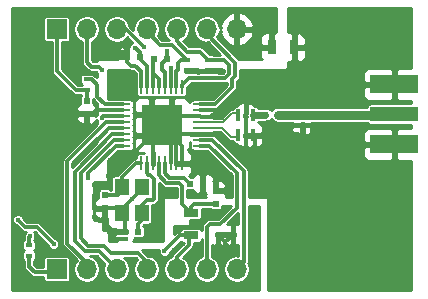
<source format=gbr>
G04 #@! TF.FileFunction,Copper,L1,Top,Signal*
%FSLAX46Y46*%
G04 Gerber Fmt 4.6, Leading zero omitted, Abs format (unit mm)*
G04 Created by KiCad (PCBNEW 4.0.7) date Fri Oct 27 16:40:53 2017*
%MOMM*%
%LPD*%
G01*
G04 APERTURE LIST*
%ADD10C,0.100000*%
%ADD11R,0.350000X1.000000*%
%ADD12R,0.600000X0.500000*%
%ADD13R,0.500000X0.600000*%
%ADD14R,4.064000X1.524000*%
%ADD15R,4.064000X1.270000*%
%ADD16R,1.700000X1.700000*%
%ADD17O,1.700000X1.700000*%
%ADD18R,0.700000X1.300000*%
%ADD19R,1.300000X0.700000*%
%ADD20R,0.600000X0.400000*%
%ADD21R,0.400000X0.600000*%
%ADD22R,1.200000X0.280000*%
%ADD23R,0.280000X1.200000*%
%ADD24R,1.725000X1.725000*%
%ADD25R,1.200000X1.400000*%
%ADD26C,0.400000*%
%ADD27C,0.614000*%
%ADD28C,0.300000*%
%ADD29C,0.152000*%
%ADD30C,0.800000*%
%ADD31C,0.254000*%
G04 APERTURE END LIST*
D10*
D11*
X191912000Y-80938000D03*
X191262000Y-80938000D03*
X190612000Y-80938000D03*
X190612000Y-82638000D03*
X191262000Y-82638000D03*
X191912000Y-82638000D03*
D12*
X183473000Y-76200000D03*
X184573000Y-76200000D03*
X182287000Y-76009500D03*
X181187000Y-76009500D03*
D13*
X177800000Y-79714000D03*
X177800000Y-80814000D03*
X179324000Y-88815000D03*
X179324000Y-87715000D03*
D12*
X187621000Y-86741000D03*
X186521000Y-86741000D03*
D13*
X188722000Y-87334000D03*
X188722000Y-88434000D03*
D12*
X181060000Y-90805000D03*
X182160000Y-90805000D03*
X193971000Y-80899000D03*
X192871000Y-80899000D03*
D14*
X203835000Y-83413600D03*
X203835000Y-78333600D03*
D15*
X203835000Y-80873600D03*
D16*
X175260000Y-93980000D03*
D17*
X177800000Y-93980000D03*
X180340000Y-93980000D03*
X182880000Y-93980000D03*
X185420000Y-93980000D03*
X187960000Y-93980000D03*
X190500000Y-93980000D03*
D16*
X175260000Y-73660000D03*
D17*
X177800000Y-73660000D03*
X180340000Y-73660000D03*
X182880000Y-73660000D03*
X185420000Y-73660000D03*
X187960000Y-73660000D03*
X190500000Y-73660000D03*
D18*
X195387000Y-75184000D03*
X193487000Y-75184000D03*
D19*
X186626500Y-89220000D03*
X186626500Y-91120000D03*
D20*
X177800000Y-78809000D03*
X177800000Y-77909000D03*
X186309000Y-77158000D03*
X186309000Y-76258000D03*
X188087000Y-77158000D03*
X188087000Y-76258000D03*
D21*
X188918000Y-91059000D03*
X188018000Y-91059000D03*
X190177000Y-91059000D03*
X191077000Y-91059000D03*
D20*
X196037200Y-81780800D03*
X196037200Y-80880800D03*
D22*
X187400000Y-83538000D03*
X187400000Y-83038000D03*
X187400000Y-82538000D03*
X187400000Y-82038000D03*
X187400000Y-81538000D03*
X187400000Y-81038000D03*
X187400000Y-80538000D03*
X187400000Y-80038000D03*
D23*
X185900000Y-78538000D03*
X185400000Y-78538000D03*
X184900000Y-78538000D03*
X184400000Y-78538000D03*
X183900000Y-78538000D03*
X183400000Y-78538000D03*
X182900000Y-78538000D03*
X182400000Y-78538000D03*
D22*
X180900000Y-80038000D03*
X180900000Y-80538000D03*
X180900000Y-81038000D03*
X180900000Y-81538000D03*
X180900000Y-82038000D03*
X180900000Y-82538000D03*
X180900000Y-83038000D03*
X180900000Y-83538000D03*
D23*
X182400000Y-85038000D03*
X182900000Y-85038000D03*
X183400000Y-85038000D03*
X183900000Y-85038000D03*
X184400000Y-85038000D03*
X184900000Y-85038000D03*
X185400000Y-85038000D03*
X185900000Y-85038000D03*
D24*
X185012500Y-82650500D03*
X183287500Y-82650500D03*
X185012500Y-80925500D03*
X183287500Y-80925500D03*
D25*
X182460000Y-89238000D03*
X182460000Y-87038000D03*
X180760000Y-87038000D03*
X180760000Y-89238000D03*
D20*
X172897800Y-91955200D03*
X172897800Y-92855200D03*
D26*
X189865000Y-86995000D03*
X189230000Y-86360000D03*
X188595000Y-85725000D03*
X187960000Y-85090000D03*
X186690000Y-85090000D03*
X204216000Y-81915000D03*
X203454000Y-81915000D03*
X202692000Y-81915000D03*
X201930000Y-81915000D03*
X200660000Y-81788000D03*
X199390000Y-81788000D03*
X198120000Y-81788000D03*
X196850000Y-81788000D03*
X193040000Y-83820000D03*
X198120000Y-85090000D03*
X194310000Y-82550000D03*
X195580000Y-82550000D03*
X196850000Y-82550000D03*
X198120000Y-82550000D03*
X199390000Y-82550000D03*
X200660000Y-82550000D03*
X200660000Y-83820000D03*
X199390000Y-83820000D03*
X198120000Y-83820000D03*
X196850000Y-83820000D03*
X195580000Y-83820000D03*
X194310000Y-83820000D03*
X194310000Y-85090000D03*
X195580000Y-85090000D03*
X196850000Y-85090000D03*
X201930000Y-79819500D03*
X204216000Y-79819500D03*
X203454000Y-79819500D03*
X202692000Y-79819500D03*
X193548000Y-95250000D03*
X193548000Y-93980000D03*
X193548000Y-92710000D03*
X193548000Y-91440000D03*
X193548000Y-90170000D03*
X193548000Y-88900000D03*
X192786000Y-83439000D03*
X192913000Y-82931000D03*
X192913000Y-82296000D03*
X195199000Y-81788000D03*
X194310000Y-81788000D03*
X193548000Y-81788000D03*
X193040000Y-85090000D03*
X199390000Y-85090000D03*
X200660000Y-85090000D03*
X201930000Y-85090000D03*
X203200000Y-85090000D03*
X204470000Y-85090000D03*
X204470000Y-86360000D03*
X203200000Y-86360000D03*
X201930000Y-86360000D03*
X200660000Y-86360000D03*
X199390000Y-86360000D03*
X198120000Y-86360000D03*
X196850000Y-86360000D03*
X195580000Y-86360000D03*
X194310000Y-86360000D03*
X193040000Y-86360000D03*
X204470000Y-87630000D03*
X203200000Y-87630000D03*
X201930000Y-87630000D03*
X200660000Y-87630000D03*
X199390000Y-87630000D03*
X198120000Y-87630000D03*
X196850000Y-87630000D03*
X195580000Y-87630000D03*
X195580000Y-88900000D03*
X196850000Y-88900000D03*
X198120000Y-88900000D03*
X199390000Y-88900000D03*
X200660000Y-88900000D03*
X201930000Y-88900000D03*
X203200000Y-88900000D03*
X204470000Y-88900000D03*
X204470000Y-90170000D03*
X203200000Y-90170000D03*
X201930000Y-90170000D03*
X200660000Y-90170000D03*
X199390000Y-90170000D03*
X198120000Y-90170000D03*
X196850000Y-90170000D03*
X195580000Y-90170000D03*
X195580000Y-91440000D03*
X196850000Y-91440000D03*
X198120000Y-91440000D03*
X199390000Y-91440000D03*
X200660000Y-91440000D03*
X201930000Y-91440000D03*
X203200000Y-91440000D03*
X204470000Y-91440000D03*
X204470000Y-92710000D03*
X203200000Y-92710000D03*
X201930000Y-92710000D03*
X200660000Y-92710000D03*
X199390000Y-92710000D03*
X198120000Y-92710000D03*
X196850000Y-92710000D03*
X195580000Y-92710000D03*
X195580000Y-93980000D03*
X196850000Y-93980000D03*
X198120000Y-93980000D03*
X199390000Y-93980000D03*
X200660000Y-93980000D03*
X201930000Y-93980000D03*
X203200000Y-93980000D03*
X204470000Y-93980000D03*
X204470000Y-95250000D03*
X203200000Y-95250000D03*
X201930000Y-95250000D03*
X200660000Y-95250000D03*
X199390000Y-95250000D03*
X198120000Y-95250000D03*
X196850000Y-95250000D03*
X195580000Y-95250000D03*
X194310000Y-95250000D03*
X194310000Y-93980000D03*
X194310000Y-92710000D03*
X194310000Y-91440000D03*
X194310000Y-90170000D03*
X194310000Y-88900000D03*
X194310000Y-87630000D03*
X193040000Y-87630000D03*
X191770000Y-87630000D03*
X191770000Y-86360000D03*
X191770000Y-85090000D03*
X190550800Y-79222600D03*
X200660000Y-80010000D03*
X199390000Y-80010000D03*
X198120000Y-80010000D03*
X196850000Y-80010000D03*
X195580000Y-80010000D03*
X194310000Y-80010000D03*
X193040000Y-80010000D03*
X193040000Y-78740000D03*
X191770000Y-78740000D03*
X191770000Y-77470000D03*
X193040000Y-77470000D03*
X194310000Y-77470000D03*
X194310000Y-78740000D03*
X200660000Y-78740000D03*
X199390000Y-78740000D03*
X198120000Y-78740000D03*
X196850000Y-78740000D03*
X195580000Y-78740000D03*
X203200000Y-76200000D03*
X204470000Y-76200000D03*
X204470000Y-74930000D03*
X203200000Y-74930000D03*
X201930000Y-74930000D03*
X200660000Y-74930000D03*
X199390000Y-74930000D03*
X198120000Y-74930000D03*
X196850000Y-74930000D03*
X195580000Y-73660000D03*
X196850000Y-73660000D03*
X198120000Y-73660000D03*
X199390000Y-73660000D03*
X200660000Y-73660000D03*
X201930000Y-73660000D03*
X203200000Y-73660000D03*
X204470000Y-73660000D03*
X204470000Y-72390000D03*
X203200000Y-72390000D03*
X201930000Y-72390000D03*
X200660000Y-72390000D03*
X199390000Y-72390000D03*
X198120000Y-72390000D03*
X196850000Y-72390000D03*
X195580000Y-72390000D03*
X201930000Y-76200000D03*
X200660000Y-76200000D03*
X199390000Y-76200000D03*
X198120000Y-76200000D03*
X196850000Y-76200000D03*
X195580000Y-77470000D03*
X196850000Y-77470000D03*
X198120000Y-77470000D03*
X199390000Y-77470000D03*
X200660000Y-77470000D03*
X189865000Y-80391000D03*
X190627000Y-80010000D03*
X188595000Y-81089500D03*
X189357000Y-80899000D03*
X192024000Y-83693000D03*
X191262000Y-83693000D03*
X192024000Y-79883000D03*
X190627000Y-83629500D03*
X189928500Y-83312000D03*
X189357000Y-82931000D03*
X188595000Y-82550000D03*
X191262000Y-79883000D03*
X191262000Y-81788000D03*
X187325000Y-78740000D03*
X189166500Y-77152500D03*
X187134500Y-77152500D03*
X181610000Y-88074500D03*
X181991000Y-91440000D03*
X182880000Y-91440000D03*
X183515000Y-90805000D03*
X183642000Y-89916000D03*
X183642000Y-89154000D03*
X181102000Y-91440000D03*
X180213000Y-91440000D03*
X179578000Y-86106000D03*
X179197000Y-86741000D03*
X178435000Y-86868000D03*
X178435000Y-87757000D03*
X178435000Y-88773000D03*
X178435000Y-89535000D03*
X179324000Y-89916000D03*
X179705000Y-90805000D03*
X180975000Y-84963000D03*
X184023000Y-87122000D03*
X184023000Y-87820500D03*
X183896000Y-88392000D03*
X183287500Y-80925500D03*
X181102000Y-78740000D03*
X183287500Y-82650500D03*
X185039000Y-82677000D03*
X185012500Y-80925500D03*
X171958000Y-89789000D03*
X184378600Y-92481400D03*
X175006000Y-91846400D03*
X181889400Y-75234800D03*
X179070000Y-81153000D03*
X179070000Y-77089000D03*
X182626000Y-75184000D03*
X184912000Y-76962000D03*
X173355000Y-95250000D03*
X172085000Y-95250000D03*
X172085000Y-93345000D03*
X172085000Y-91440000D03*
X192087500Y-93091000D03*
X192087500Y-93980000D03*
X192087500Y-94932500D03*
X174498000Y-95504000D03*
X176022000Y-95504000D03*
X177292000Y-95504000D03*
X178562000Y-95504000D03*
X179832000Y-95504000D03*
X181102000Y-95504000D03*
X182372000Y-95504000D03*
X183642000Y-95504000D03*
X184912000Y-95504000D03*
X186182000Y-95504000D03*
X187452000Y-95504000D03*
X188722000Y-95504000D03*
X189992000Y-95504000D03*
X191262000Y-95504000D03*
X192087500Y-91122500D03*
X192087500Y-90360500D03*
X192087500Y-89598500D03*
X192087500Y-91948000D03*
X173355000Y-74295000D03*
X173355000Y-76200000D03*
X173355000Y-78105000D03*
X173355000Y-80010000D03*
X173355000Y-73025000D03*
X177165000Y-82550000D03*
X175895000Y-82550000D03*
X174625000Y-82550000D03*
X174625000Y-87630000D03*
X174625000Y-85725000D03*
X174625000Y-83820000D03*
X173736000Y-92760800D03*
X173736000Y-91694000D03*
X175056800Y-90373200D03*
X184573000Y-75523000D03*
X188595000Y-89281000D03*
X189547500Y-91948000D03*
X174625000Y-81280000D03*
X173355000Y-81915000D03*
X173355000Y-83820000D03*
X173355000Y-85725000D03*
X173355000Y-87630000D03*
X173355000Y-89535000D03*
X176530000Y-75565000D03*
X179705000Y-75565000D03*
X175768000Y-80772000D03*
X178308000Y-83439000D03*
X176530000Y-76835000D03*
X175260000Y-79375000D03*
X186690000Y-72390000D03*
X172974000Y-91186000D03*
X177927000Y-86233000D03*
D27*
X191912000Y-80938000D02*
X192832000Y-80938000D01*
X192832000Y-80938000D02*
X192871000Y-80899000D01*
D28*
X185900000Y-85038000D02*
X186638000Y-85038000D01*
X189230000Y-86360000D02*
X189865000Y-86995000D01*
X187960000Y-85090000D02*
X188595000Y-85725000D01*
X186638000Y-85038000D02*
X186690000Y-85090000D01*
X196850000Y-82550000D02*
X196850000Y-81788000D01*
X202692000Y-81915000D02*
X203454000Y-81915000D01*
X200914000Y-82042000D02*
X201930000Y-81915000D01*
X200660000Y-81788000D02*
X200914000Y-82042000D01*
X198120000Y-81788000D02*
X199390000Y-81788000D01*
X198120000Y-85090000D02*
X196850000Y-85090000D01*
X195580000Y-82550000D02*
X194310000Y-82550000D01*
X198120000Y-82550000D02*
X196850000Y-82550000D01*
X200660000Y-82550000D02*
X199390000Y-82550000D01*
X199390000Y-83820000D02*
X200660000Y-83820000D01*
X196850000Y-83820000D02*
X198120000Y-83820000D01*
X194310000Y-83820000D02*
X195580000Y-83820000D01*
X195580000Y-85090000D02*
X194310000Y-85090000D01*
D29*
X201930000Y-79819500D02*
X202692000Y-79819500D01*
X203454000Y-79819500D02*
X204216000Y-79819500D01*
D28*
X193548000Y-93980000D02*
X193548000Y-95250000D01*
X193548000Y-91440000D02*
X193548000Y-92710000D01*
X193548000Y-88900000D02*
X193548000Y-90170000D01*
X192913000Y-82296000D02*
X193167000Y-82296000D01*
X192532000Y-83693000D02*
X192786000Y-83439000D01*
X192913000Y-82931000D02*
X192913000Y-82296000D01*
X192024000Y-83693000D02*
X192532000Y-83693000D01*
X194310000Y-81788000D02*
X195199000Y-81788000D01*
X193167000Y-82296000D02*
X193548000Y-81788000D01*
X200660000Y-85090000D02*
X199390000Y-85090000D01*
X203200000Y-85090000D02*
X201930000Y-85090000D01*
X204470000Y-86360000D02*
X204470000Y-85090000D01*
X201930000Y-86360000D02*
X203200000Y-86360000D01*
X199390000Y-86360000D02*
X200660000Y-86360000D01*
X196850000Y-86360000D02*
X198120000Y-86360000D01*
X194310000Y-86360000D02*
X195580000Y-86360000D01*
X193040000Y-85090000D02*
X193040000Y-86360000D01*
X192024000Y-83693000D02*
X192024000Y-84836000D01*
X203200000Y-87630000D02*
X204470000Y-87630000D01*
X200660000Y-87630000D02*
X201930000Y-87630000D01*
X198120000Y-87630000D02*
X199390000Y-87630000D01*
X195580000Y-87630000D02*
X196850000Y-87630000D01*
X196850000Y-88900000D02*
X195580000Y-88900000D01*
X199390000Y-88900000D02*
X198120000Y-88900000D01*
X201930000Y-88900000D02*
X200660000Y-88900000D01*
X204470000Y-88900000D02*
X203200000Y-88900000D01*
X203200000Y-90170000D02*
X204470000Y-90170000D01*
X200660000Y-90170000D02*
X201930000Y-90170000D01*
X198120000Y-90170000D02*
X199390000Y-90170000D01*
X195580000Y-90170000D02*
X196850000Y-90170000D01*
X196850000Y-91440000D02*
X195580000Y-91440000D01*
X199390000Y-91440000D02*
X198120000Y-91440000D01*
X201930000Y-91440000D02*
X200660000Y-91440000D01*
X204470000Y-91440000D02*
X203200000Y-91440000D01*
X203200000Y-92710000D02*
X204470000Y-92710000D01*
X200660000Y-92710000D02*
X201930000Y-92710000D01*
X198120000Y-92710000D02*
X199390000Y-92710000D01*
X195580000Y-92710000D02*
X196850000Y-92710000D01*
X196850000Y-93980000D02*
X195580000Y-93980000D01*
X199390000Y-93980000D02*
X198120000Y-93980000D01*
X201930000Y-93980000D02*
X200660000Y-93980000D01*
X204470000Y-93980000D02*
X203200000Y-93980000D01*
X203200000Y-95250000D02*
X204470000Y-95250000D01*
X200660000Y-95250000D02*
X201930000Y-95250000D01*
X198120000Y-95250000D02*
X199390000Y-95250000D01*
X195580000Y-95250000D02*
X196850000Y-95250000D01*
X194310000Y-93980000D02*
X194310000Y-95250000D01*
X194310000Y-91440000D02*
X194310000Y-92710000D01*
X194310000Y-88900000D02*
X194310000Y-90170000D01*
X193040000Y-87630000D02*
X194310000Y-87630000D01*
X191770000Y-86360000D02*
X191770000Y-87630000D01*
X192024000Y-84836000D02*
X191770000Y-85090000D01*
X187400000Y-80538000D02*
X188981400Y-80538000D01*
X190296800Y-79222600D02*
X190550800Y-79222600D01*
X188981400Y-80538000D02*
X190296800Y-79222600D01*
D29*
X189928500Y-83312000D02*
X189928500Y-83502500D01*
X189865000Y-83566000D02*
X189928500Y-83566000D01*
X189928500Y-83502500D02*
X189865000Y-83566000D01*
X189928500Y-83312000D02*
X189738000Y-83312000D01*
X189738000Y-83312000D02*
X189674500Y-83375500D01*
X189928500Y-83312000D02*
X189865000Y-83312000D01*
X189865000Y-83312000D02*
X189738000Y-83439000D01*
X189928500Y-83312000D02*
X189928500Y-83375500D01*
X189928500Y-83375500D02*
X189738000Y-83566000D01*
D28*
X195580000Y-78740000D02*
X194310000Y-78740000D01*
X199390000Y-80010000D02*
X200660000Y-80010000D01*
X196850000Y-80010000D02*
X198120000Y-80010000D01*
X194310000Y-80010000D02*
X195580000Y-80010000D01*
X193040000Y-78740000D02*
X193040000Y-80010000D01*
X191770000Y-77470000D02*
X191770000Y-78740000D01*
X194310000Y-77470000D02*
X193040000Y-77470000D01*
X201066400Y-78333600D02*
X203835000Y-78333600D01*
X200660000Y-78740000D02*
X201066400Y-78333600D01*
X198120000Y-78740000D02*
X199390000Y-78740000D01*
X195580000Y-78740000D02*
X196850000Y-78740000D01*
X195387000Y-75184000D02*
X195387000Y-72583000D01*
X204470000Y-76200000D02*
X203200000Y-76200000D01*
X203200000Y-74930000D02*
X204470000Y-74930000D01*
X200660000Y-74930000D02*
X201930000Y-74930000D01*
X198120000Y-74930000D02*
X199390000Y-74930000D01*
X195580000Y-73660000D02*
X196850000Y-74930000D01*
X198120000Y-73660000D02*
X196850000Y-73660000D01*
X200660000Y-73660000D02*
X199390000Y-73660000D01*
X203200000Y-73660000D02*
X201930000Y-73660000D01*
X204470000Y-72390000D02*
X204470000Y-73660000D01*
X201930000Y-72390000D02*
X203200000Y-72390000D01*
X199390000Y-72390000D02*
X200660000Y-72390000D01*
X196850000Y-72390000D02*
X198120000Y-72390000D01*
X195387000Y-72583000D02*
X195580000Y-72390000D01*
X201930000Y-76200000D02*
X200660000Y-76200000D01*
X199390000Y-76200000D02*
X198120000Y-76200000D01*
X196850000Y-76200000D02*
X195580000Y-77470000D01*
X196850000Y-77470000D02*
X198120000Y-77470000D01*
X199390000Y-77470000D02*
X200660000Y-77470000D01*
D29*
X190309500Y-83502500D02*
X190500000Y-83502500D01*
X190500000Y-83502500D02*
X190627000Y-83629500D01*
X190258700Y-83502500D02*
X190309500Y-83502500D01*
X190309500Y-83502500D02*
X190373000Y-83566000D01*
X190150750Y-83407250D02*
X190373000Y-83629500D01*
X190373000Y-83629500D02*
X190373000Y-83566000D01*
X190182500Y-83883500D02*
X190373000Y-83883500D01*
X190055500Y-83883500D02*
X190182500Y-83883500D01*
X189865000Y-83693000D02*
X190055500Y-83883500D01*
X190627000Y-84137500D02*
X190627000Y-84074000D01*
X190373000Y-83883500D02*
X190627000Y-84137500D01*
X189928500Y-83312000D02*
X190055500Y-83312000D01*
X190055500Y-83312000D02*
X190150750Y-83407250D01*
X190150750Y-83407250D02*
X190182500Y-83439000D01*
X190080900Y-83616800D02*
X190373000Y-83616800D01*
X190258700Y-83502500D02*
X190246000Y-83502500D01*
X190373000Y-83616800D02*
X190258700Y-83502500D01*
X190627000Y-83629500D02*
X190436500Y-83629500D01*
X190436500Y-83629500D02*
X190373000Y-83566000D01*
X190373000Y-83566000D02*
X190373000Y-83820000D01*
X189331600Y-83185000D02*
X189357000Y-83185000D01*
X189357000Y-83185000D02*
X189484000Y-83312000D01*
X189484000Y-83312000D02*
X189560200Y-83388200D01*
X189560200Y-83388200D02*
X189560200Y-83312000D01*
X189707520Y-83164680D02*
X189679385Y-83164680D01*
X189560200Y-83312000D02*
X189707520Y-83164680D01*
X189865000Y-83693000D02*
X190034333Y-83523667D01*
X190034333Y-83523667D02*
X189928500Y-83629500D01*
X189928500Y-83629500D02*
X189928500Y-83566000D01*
X189679385Y-83145923D02*
X189679385Y-83164680D01*
X189679385Y-83164680D02*
X189679385Y-83148365D01*
X189230000Y-83185000D02*
X189331600Y-83185000D01*
X189103000Y-83058000D02*
X189230000Y-83185000D01*
X189103000Y-82931000D02*
X189103000Y-83058000D01*
X189357000Y-83185000D02*
X189420500Y-83248500D01*
X189420500Y-83248500D02*
X189484000Y-83248500D01*
X189560200Y-83388200D02*
X189738000Y-83566000D01*
X189738000Y-83566000D02*
X189865000Y-83693000D01*
X190436500Y-79883000D02*
X190309500Y-80010000D01*
X190309500Y-80010000D02*
X190627000Y-80010000D01*
X190246000Y-80200500D02*
X190373000Y-80073500D01*
X189928500Y-80391000D02*
X190119000Y-80200500D01*
X189865000Y-80391000D02*
X189928500Y-80391000D01*
X190246000Y-80200500D02*
X190119000Y-80200500D01*
X190309500Y-80137000D02*
X190309500Y-80073500D01*
X190373000Y-80073500D02*
X190309500Y-80137000D01*
X188976000Y-81089500D02*
X189103000Y-81089500D01*
X189293500Y-80899000D02*
X189103000Y-81089500D01*
X189293500Y-80899000D02*
X189357000Y-80899000D01*
X188468000Y-80772000D02*
X188341000Y-80899000D01*
X188531500Y-81089500D02*
X188341000Y-80899000D01*
X188531500Y-81089500D02*
X188595000Y-81089500D01*
X188468000Y-80772000D02*
X188404500Y-80835500D01*
X188404500Y-80835500D02*
X188468000Y-80835500D01*
X188595000Y-81089500D02*
X188595000Y-80899000D01*
X188595000Y-81089500D02*
X188595000Y-81026000D01*
X188595000Y-81026000D02*
X188468000Y-80899000D01*
X188468000Y-80899000D02*
X188468000Y-80835500D01*
X188468000Y-80835500D02*
X188468000Y-80772000D01*
X188468000Y-80772000D02*
X188595000Y-80772000D01*
X188595000Y-80772000D02*
X188468000Y-80899000D01*
X188595000Y-81089500D02*
X188976000Y-81089500D01*
X188976000Y-81089500D02*
X188912500Y-81026000D01*
X188595000Y-81089500D02*
X188722000Y-81089500D01*
X188722000Y-81089500D02*
X188849000Y-80962500D01*
X190119000Y-80073500D02*
X190309500Y-80073500D01*
X190309500Y-80073500D02*
X190563500Y-80073500D01*
X190563500Y-80073500D02*
X190627000Y-80010000D01*
X189865000Y-80391000D02*
X189865000Y-80327500D01*
X189865000Y-80327500D02*
X190119000Y-80073500D01*
X190119000Y-80073500D02*
X190055500Y-80137000D01*
X190627000Y-80010000D02*
X190119000Y-80010000D01*
X189865000Y-80391000D02*
X189801500Y-80454500D01*
D28*
X189547500Y-80454500D02*
X189611000Y-80454500D01*
D29*
X189801500Y-80454500D02*
X189674500Y-80454500D01*
X189674500Y-80454500D02*
X189547500Y-80581500D01*
X189547500Y-80581500D02*
X189547500Y-80454500D01*
D28*
X189357000Y-80899000D02*
X189357000Y-80708500D01*
X189357000Y-80708500D02*
X189420500Y-80645000D01*
X189357000Y-80899000D02*
X189039500Y-80899000D01*
X188595000Y-81089500D02*
X187451500Y-81089500D01*
X187451500Y-81089500D02*
X187400000Y-81038000D01*
D29*
X188583000Y-81101500D02*
X187400000Y-81038000D01*
X188583000Y-81101500D02*
X188595000Y-81089500D01*
X191262000Y-79883000D02*
X190627000Y-80010000D01*
X189357000Y-80899000D02*
X189865000Y-80518000D01*
X189865000Y-80518000D02*
X189865000Y-80391000D01*
D28*
X187412000Y-81026000D02*
X187400000Y-81038000D01*
X192024000Y-82750000D02*
X192024000Y-83693000D01*
X192024000Y-82750000D02*
X191912000Y-82638000D01*
X191262000Y-79883000D02*
X192024000Y-79883000D01*
X191262000Y-80938000D02*
X191262000Y-79883000D01*
X191262000Y-82638000D02*
X191262000Y-83693000D01*
X190627000Y-83629500D02*
X191262000Y-83693000D01*
X191262000Y-81788000D02*
X191262000Y-80938000D01*
X191262000Y-81788000D02*
X191262000Y-82638000D01*
X189928500Y-83312000D02*
X189679385Y-83145923D01*
X189679385Y-83145923D02*
X189357000Y-82931000D01*
X189928500Y-83312000D02*
X189928500Y-83312000D01*
X189928500Y-83312000D02*
X190080900Y-83616800D01*
X190080900Y-83616800D02*
X190119000Y-83693000D01*
X190119000Y-83693000D02*
X190246000Y-83693000D01*
X190246000Y-83693000D02*
X190373000Y-83820000D01*
X190373000Y-83820000D02*
X190627000Y-84074000D01*
X190627000Y-84074000D02*
X191008000Y-84455000D01*
X189357000Y-82931000D02*
X189103000Y-82931000D01*
X189103000Y-82931000D02*
X188980228Y-82931000D01*
X188980228Y-82931000D02*
X188599228Y-82550000D01*
X188599228Y-82550000D02*
X188595000Y-82550000D01*
X188595000Y-82550000D02*
X188599228Y-82550000D01*
X188980228Y-82931000D02*
X189357000Y-82931000D01*
X188599228Y-82550000D02*
X188980228Y-82931000D01*
X187400000Y-82538000D02*
X188583000Y-82538000D01*
X188583000Y-82538000D02*
X188595000Y-82550000D01*
D29*
X191389000Y-82765000D02*
X191262000Y-82638000D01*
D28*
X188087000Y-77158000D02*
X189161000Y-77158000D01*
X189161000Y-77158000D02*
X189166500Y-77152500D01*
X186309000Y-77158000D02*
X187129000Y-77158000D01*
X187129000Y-77158000D02*
X187134500Y-77152500D01*
X182460000Y-87038000D02*
X182460000Y-87224500D01*
X182460000Y-87224500D02*
X181610000Y-88074500D01*
X180760000Y-89238000D02*
X180760000Y-88924500D01*
X180760000Y-88924500D02*
X181610000Y-88074500D01*
X185229500Y-87461000D02*
X184382500Y-87461000D01*
X184382500Y-87461000D02*
X184023000Y-87820500D01*
X183642000Y-89154000D02*
X183642000Y-88646000D01*
X181991000Y-91440000D02*
X182880000Y-91440000D01*
X183515000Y-90805000D02*
X183642000Y-90678000D01*
X183642000Y-90678000D02*
X183642000Y-89916000D01*
X180213000Y-91440000D02*
X181102000Y-91440000D01*
X180086000Y-85852000D02*
X179832000Y-85852000D01*
X179832000Y-85852000D02*
X179578000Y-86106000D01*
X179197000Y-86741000D02*
X179070000Y-86868000D01*
X179070000Y-86868000D02*
X178435000Y-86868000D01*
X178435000Y-87757000D02*
X178435000Y-88773000D01*
X178435000Y-89535000D02*
X178816000Y-89916000D01*
X178816000Y-89916000D02*
X179324000Y-89916000D01*
X180975000Y-84963000D02*
X180086000Y-85852000D01*
X183287500Y-82650500D02*
X180975000Y-84963000D01*
X184023000Y-87820500D02*
X184023000Y-87122000D01*
X183642000Y-88646000D02*
X183896000Y-88392000D01*
X179324000Y-88815000D02*
X180337000Y-88815000D01*
X180337000Y-88815000D02*
X180760000Y-89238000D01*
X181060000Y-90805000D02*
X181060000Y-89538000D01*
X181060000Y-89538000D02*
X180760000Y-89238000D01*
X180760000Y-89238000D02*
X180760000Y-88988000D01*
X183400000Y-85038000D02*
X183400000Y-82763000D01*
X183400000Y-82763000D02*
X183287500Y-82650500D01*
X184900000Y-85038000D02*
X184900000Y-82763000D01*
X184900000Y-82763000D02*
X185012500Y-82650500D01*
X185400000Y-85038000D02*
X185400000Y-83038000D01*
X185400000Y-83038000D02*
X185012500Y-82650500D01*
X185900000Y-85038000D02*
X185900000Y-83538000D01*
X185900000Y-83538000D02*
X185012500Y-82650500D01*
X187400000Y-82538000D02*
X185125000Y-82538000D01*
X185125000Y-82538000D02*
X185012500Y-82650500D01*
X187400000Y-81038000D02*
X185125000Y-81038000D01*
X185125000Y-81038000D02*
X185012500Y-80925500D01*
X185039000Y-82677000D02*
X185012500Y-82650500D01*
D29*
X187400000Y-81538000D02*
X189365228Y-81538000D01*
X189365228Y-81538000D02*
X190131228Y-80772000D01*
X190131228Y-80772000D02*
X190500000Y-80772000D01*
X190500000Y-80772000D02*
X190612000Y-80938000D01*
X187400000Y-82038000D02*
X189226000Y-82038000D01*
X189226000Y-82038000D02*
X189738000Y-82550000D01*
X189738000Y-82550000D02*
X189992000Y-82804000D01*
X189992000Y-82804000D02*
X190446000Y-82804000D01*
X190446000Y-82804000D02*
X190612000Y-82638000D01*
D28*
X183900000Y-78538000D02*
X183900000Y-77855000D01*
X183900000Y-77855000D02*
X183400000Y-77355000D01*
X183400000Y-78538000D02*
X183400000Y-77355000D01*
X183400000Y-77355000D02*
X183400000Y-76273000D01*
X183400000Y-76273000D02*
X183473000Y-76200000D01*
X171958000Y-89789000D02*
X172593000Y-90424000D01*
X172593000Y-90424000D02*
X173583600Y-90424000D01*
X173583600Y-90424000D02*
X175006000Y-91846400D01*
X182287000Y-76200000D02*
X182287000Y-75632400D01*
X185740000Y-91120000D02*
X186436000Y-91120000D01*
X184378600Y-92481400D02*
X185740000Y-91120000D01*
X182287000Y-75632400D02*
X181889400Y-75234800D01*
X182900000Y-78538000D02*
X182900000Y-76813000D01*
X182900000Y-76813000D02*
X182287000Y-76200000D01*
X185420000Y-93980000D02*
X185420000Y-92964000D01*
X186436000Y-91948000D02*
X186436000Y-91120000D01*
X185420000Y-92964000D02*
X186436000Y-91948000D01*
X177800000Y-78809000D02*
X176853000Y-78809000D01*
X175260000Y-77216000D02*
X175260000Y-73660000D01*
X176853000Y-78809000D02*
X175260000Y-77216000D01*
X177800000Y-79714000D02*
X177800000Y-78809000D01*
X182400000Y-85038000D02*
X181941400Y-85038000D01*
X181941400Y-85038000D02*
X180760000Y-86219400D01*
X180760000Y-86219400D02*
X180760000Y-87362400D01*
X180760000Y-87362400D02*
X180407400Y-87715000D01*
X180407400Y-87715000D02*
X179324000Y-87715000D01*
X184400000Y-85038000D02*
X184400000Y-85848000D01*
X186013000Y-86233000D02*
X186521000Y-86741000D01*
X184785000Y-86233000D02*
X186013000Y-86233000D01*
X184400000Y-85848000D02*
X184785000Y-86233000D01*
X182460000Y-89238000D02*
X182460000Y-89828000D01*
X182460000Y-89828000D02*
X182160000Y-90128000D01*
X182160000Y-90128000D02*
X182160000Y-90805000D01*
X182900000Y-85038000D02*
X182900000Y-85872000D01*
X182880000Y-88138000D02*
X182460000Y-88558000D01*
X183388000Y-88138000D02*
X182880000Y-88138000D01*
X183515000Y-88011000D02*
X183388000Y-88138000D01*
X183515000Y-86364228D02*
X183515000Y-88011000D01*
X183129772Y-85979000D02*
X183515000Y-86364228D01*
X183007000Y-85979000D02*
X183129772Y-85979000D01*
X182900000Y-85872000D02*
X183007000Y-85979000D01*
X182460000Y-88558000D02*
X182460000Y-89238000D01*
D30*
X193971000Y-80899000D02*
X203809600Y-80899000D01*
X203809600Y-80899000D02*
X203835000Y-80873600D01*
X203809600Y-80899000D02*
X203835000Y-80873600D01*
D28*
X179185000Y-81038000D02*
X179070000Y-81153000D01*
X180900000Y-81038000D02*
X179185000Y-81038000D01*
X177800000Y-76454000D02*
X177800000Y-73660000D01*
X178181000Y-76835000D02*
X177800000Y-76454000D01*
X178816000Y-76835000D02*
X178181000Y-76835000D01*
X179070000Y-77089000D02*
X178816000Y-76835000D01*
X180900000Y-81538000D02*
X179447000Y-81538000D01*
X176149000Y-91821000D02*
X177800000Y-93472000D01*
X176149000Y-84836000D02*
X176149000Y-91821000D01*
X179447000Y-81538000D02*
X176149000Y-84836000D01*
X177800000Y-93472000D02*
X177800000Y-93980000D01*
X180900000Y-82538000D02*
X179971000Y-82538000D01*
X178816000Y-92456000D02*
X180340000Y-93980000D01*
X177673000Y-92456000D02*
X178816000Y-92456000D01*
X176784000Y-91567000D02*
X177673000Y-92456000D01*
X176784000Y-85725000D02*
X176784000Y-91567000D01*
X179971000Y-82538000D02*
X176784000Y-85725000D01*
X180900000Y-83038000D02*
X180110228Y-83038000D01*
X182118000Y-92583000D02*
X182880000Y-93345000D01*
X179832000Y-92583000D02*
X182118000Y-92583000D01*
X179252998Y-92003998D02*
X179832000Y-92583000D01*
X177927000Y-92003998D02*
X179252998Y-92003998D01*
X177294114Y-91371112D02*
X177927000Y-92003998D01*
X177294114Y-85854114D02*
X177294114Y-91371112D01*
X180110228Y-83038000D02*
X177294114Y-85854114D01*
X182880000Y-93345000D02*
X182880000Y-93980000D01*
X172897800Y-92855200D02*
X172897800Y-93776800D01*
X173380400Y-94259400D02*
X174980600Y-94259400D01*
X172897800Y-93776800D02*
X173380400Y-94259400D01*
X174980600Y-94259400D02*
X175260000Y-93980000D01*
X188087000Y-76258000D02*
X188081500Y-76258000D01*
X188081500Y-76258000D02*
X187388500Y-75565000D01*
X187388500Y-75565000D02*
X186690000Y-75565000D01*
X185900000Y-78538000D02*
X185900000Y-78387000D01*
X185900000Y-78387000D02*
X186499500Y-77787500D01*
X186499500Y-77787500D02*
X189547500Y-77787500D01*
X189547500Y-77787500D02*
X189865000Y-77470000D01*
X189865000Y-77470000D02*
X189865000Y-76708000D01*
X189865000Y-76708000D02*
X189415000Y-76258000D01*
X189415000Y-76258000D02*
X188087000Y-76258000D01*
X186690000Y-75565000D02*
X186309000Y-75565000D01*
X186309000Y-75565000D02*
X185420000Y-74676000D01*
X185420000Y-74676000D02*
X185420000Y-73660000D01*
X186309000Y-76258000D02*
X186303500Y-76258000D01*
X186303500Y-76258000D02*
X185039000Y-74993500D01*
X185039000Y-74993500D02*
X184023000Y-74993500D01*
X184023000Y-74993500D02*
X182880000Y-73850500D01*
X182880000Y-73850500D02*
X182880000Y-73660000D01*
X185400000Y-78538000D02*
X185400000Y-77236000D01*
X185400000Y-77236000D02*
X185547000Y-77089000D01*
X185547000Y-77089000D02*
X185547000Y-76517500D01*
X185547000Y-76517500D02*
X185806500Y-76258000D01*
X185806500Y-76258000D02*
X186309000Y-76258000D01*
X184900000Y-78538000D02*
X184900000Y-77482000D01*
X182626000Y-75184000D02*
X181102000Y-73660000D01*
X184912000Y-77470000D02*
X184912000Y-76962000D01*
X184900000Y-77482000D02*
X184912000Y-77470000D01*
X181102000Y-73660000D02*
X180340000Y-73660000D01*
X191077000Y-91059000D02*
X191077000Y-85667000D01*
X191077000Y-85667000D02*
X188448000Y-83038000D01*
X188448000Y-83038000D02*
X187400000Y-83038000D01*
X191077000Y-91059000D02*
X191077000Y-93403000D01*
X191077000Y-93403000D02*
X190500000Y-93980000D01*
X188018000Y-91059000D02*
X188018000Y-93922000D01*
X188018000Y-93922000D02*
X187960000Y-93980000D01*
X188214000Y-90170000D02*
X187960000Y-90424000D01*
X189103000Y-90170000D02*
X188214000Y-90170000D01*
X190500000Y-88773000D02*
X189103000Y-90170000D01*
X190500000Y-85852000D02*
X190500000Y-88773000D01*
X188186000Y-83538000D02*
X190500000Y-85852000D01*
X187400000Y-83538000D02*
X188186000Y-83538000D01*
X187960000Y-90424000D02*
X187960000Y-91001000D01*
X187960000Y-91001000D02*
X188018000Y-91059000D01*
X188018000Y-93922000D02*
X187960000Y-93980000D01*
X180900000Y-80038000D02*
X179352000Y-80038000D01*
X178239000Y-77909000D02*
X177800000Y-77909000D01*
X178689000Y-78359000D02*
X178239000Y-77909000D01*
X178689000Y-79375000D02*
X178689000Y-78359000D01*
X179352000Y-80038000D02*
X178689000Y-79375000D01*
X172085000Y-95250000D02*
X173355000Y-95250000D01*
X172085000Y-91440000D02*
X172085000Y-93345000D01*
X192087500Y-93980000D02*
X192087500Y-94932500D01*
X192087500Y-93091000D02*
X192087500Y-91948000D01*
X176022000Y-95504000D02*
X174498000Y-95504000D01*
X178562000Y-95504000D02*
X177292000Y-95504000D01*
X181102000Y-95504000D02*
X179832000Y-95504000D01*
X183642000Y-95504000D02*
X182372000Y-95504000D01*
X186182000Y-95504000D02*
X184912000Y-95504000D01*
X188722000Y-95504000D02*
X187452000Y-95504000D01*
X191262000Y-95504000D02*
X189992000Y-95504000D01*
X192087500Y-91948000D02*
X192087500Y-91122500D01*
X192087500Y-90360500D02*
X192087500Y-89598500D01*
X173355000Y-73025000D02*
X173355000Y-74295000D01*
X173355000Y-78105000D02*
X173355000Y-76200000D01*
X173355000Y-80010000D02*
X173355000Y-81915000D01*
X173355000Y-81915000D02*
X173990000Y-81915000D01*
X175895000Y-82550000D02*
X177165000Y-82550000D01*
X173990000Y-81915000D02*
X174625000Y-82550000D01*
X173355000Y-83820000D02*
X174625000Y-83820000D01*
X174625000Y-85725000D02*
X174625000Y-87630000D01*
X173355000Y-89560400D02*
X174244000Y-89560400D01*
X173736000Y-91694000D02*
X173736000Y-92760800D01*
X174244000Y-89560400D02*
X175056800Y-90373200D01*
X184573000Y-76200000D02*
X184573000Y-75523000D01*
X184573000Y-75523000D02*
X184594500Y-75501500D01*
X184213500Y-76559500D02*
X184573000Y-76200000D01*
X184213500Y-77089000D02*
X184213500Y-76559500D01*
X181187000Y-76009500D02*
X181187000Y-75904000D01*
X181187000Y-75904000D02*
X180848000Y-75565000D01*
X180848000Y-75565000D02*
X179705000Y-75565000D01*
X182400000Y-78538000D02*
X182400000Y-77244000D01*
X181187000Y-76412000D02*
X181187000Y-76009500D01*
X181546500Y-76771500D02*
X181187000Y-76412000D01*
X181927500Y-76771500D02*
X181546500Y-76771500D01*
X182400000Y-77244000D02*
X181927500Y-76771500D01*
X184400000Y-78538000D02*
X184400000Y-77275500D01*
X184400000Y-77275500D02*
X184213500Y-77089000D01*
X189547500Y-91948000D02*
X189547500Y-91688500D01*
X189547500Y-91688500D02*
X190177000Y-91059000D01*
X189547500Y-91688500D02*
X188918000Y-91059000D01*
X173990000Y-81280000D02*
X174625000Y-81280000D01*
X173355000Y-81915000D02*
X173990000Y-81280000D01*
X173355000Y-85725000D02*
X173355000Y-83820000D01*
X173355000Y-89535000D02*
X173355000Y-89560400D01*
X173355000Y-89560400D02*
X173355000Y-87630000D01*
X179705000Y-75565000D02*
X179070000Y-74930000D01*
X175768000Y-80772000D02*
X175768000Y-79883000D01*
X180900000Y-82038000D02*
X179709000Y-82038000D01*
X179709000Y-82038000D02*
X178308000Y-83439000D01*
X175768000Y-79883000D02*
X175260000Y-79375000D01*
X176530000Y-76835000D02*
X176530000Y-75565000D01*
X179070000Y-74930000D02*
X179070000Y-73025000D01*
X179070000Y-73025000D02*
X179705000Y-72390000D01*
X179705000Y-72390000D02*
X186690000Y-72390000D01*
X180900000Y-80538000D02*
X178582000Y-80538000D01*
X178306000Y-80814000D02*
X177800000Y-80814000D01*
X178582000Y-80538000D02*
X178306000Y-80814000D01*
X186626500Y-89220000D02*
X186626500Y-88709500D01*
X186902000Y-88434000D02*
X188722000Y-88434000D01*
X186626500Y-88709500D02*
X186902000Y-88434000D01*
X183900000Y-85038000D02*
X183900000Y-86046500D01*
X185864500Y-88458000D02*
X186626500Y-89220000D01*
X185864500Y-86931500D02*
X185864500Y-88458000D01*
X185618002Y-86685002D02*
X185864500Y-86931500D01*
X184538502Y-86685002D02*
X185618002Y-86685002D01*
X183900000Y-86046500D02*
X184538502Y-86685002D01*
X187400000Y-80038000D02*
X188630500Y-80038000D01*
X188630500Y-80038000D02*
X190119000Y-78549500D01*
X190119000Y-78549500D02*
X190119000Y-77914500D01*
X190119000Y-77914500D02*
X190373000Y-77660500D01*
X190373000Y-77660500D02*
X190373000Y-76517500D01*
X190373000Y-76517500D02*
X187960000Y-74104500D01*
X187960000Y-74104500D02*
X187960000Y-73660000D01*
X180900000Y-83538000D02*
X180249456Y-83538000D01*
X180249456Y-83538000D02*
X177927000Y-85860456D01*
X177927000Y-85860456D02*
X177927000Y-86233000D01*
X172897800Y-91262200D02*
X172897800Y-91955200D01*
X172974000Y-91186000D02*
X172897800Y-91262200D01*
D31*
G36*
X193865500Y-73899000D02*
X193772750Y-73899000D01*
X193614000Y-74057750D01*
X193614000Y-75057000D01*
X193634000Y-75057000D01*
X193634000Y-75311000D01*
X193614000Y-75311000D01*
X193614000Y-75331000D01*
X193360000Y-75331000D01*
X193360000Y-75311000D01*
X192660750Y-75311000D01*
X192502000Y-75469750D01*
X192502000Y-75960310D01*
X192598673Y-76193699D01*
X192604974Y-76200000D01*
X190662198Y-76200000D01*
X188832151Y-74369953D01*
X189003060Y-74114168D01*
X189068137Y-73787002D01*
X189179180Y-73787002D01*
X189058514Y-74016892D01*
X189304817Y-74541358D01*
X189733076Y-74931645D01*
X190143110Y-75101476D01*
X190373000Y-74980155D01*
X190373000Y-73787000D01*
X190627000Y-73787000D01*
X190627000Y-74980155D01*
X190856890Y-75101476D01*
X191266924Y-74931645D01*
X191695183Y-74541358D01*
X191757957Y-74407690D01*
X192502000Y-74407690D01*
X192502000Y-74898250D01*
X192660750Y-75057000D01*
X193360000Y-75057000D01*
X193360000Y-74057750D01*
X193201250Y-73899000D01*
X193010691Y-73899000D01*
X192777302Y-73995673D01*
X192598673Y-74174301D01*
X192502000Y-74407690D01*
X191757957Y-74407690D01*
X191941486Y-74016892D01*
X191820819Y-73787000D01*
X190627000Y-73787000D01*
X190373000Y-73787000D01*
X190353000Y-73787000D01*
X190353000Y-73533000D01*
X190373000Y-73533000D01*
X190373000Y-72339845D01*
X190627000Y-72339845D01*
X190627000Y-73533000D01*
X191820819Y-73533000D01*
X191941486Y-73303108D01*
X191695183Y-72778642D01*
X191266924Y-72388355D01*
X190856890Y-72218524D01*
X190627000Y-72339845D01*
X190373000Y-72339845D01*
X190143110Y-72218524D01*
X189733076Y-72388355D01*
X189304817Y-72778642D01*
X189058514Y-73303108D01*
X189179180Y-73532998D01*
X189068137Y-73532998D01*
X189003060Y-73205832D01*
X188758324Y-72839558D01*
X188392050Y-72594822D01*
X187960000Y-72508882D01*
X187527950Y-72594822D01*
X187161676Y-72839558D01*
X186916940Y-73205832D01*
X186831000Y-73637882D01*
X186831000Y-73682118D01*
X186916940Y-74114168D01*
X187161676Y-74480442D01*
X187527950Y-74725178D01*
X187960000Y-74811118D01*
X188043342Y-74794540D01*
X189077802Y-75829000D01*
X188546048Y-75829000D01*
X188497673Y-75795947D01*
X188387000Y-75773535D01*
X188203733Y-75773535D01*
X187691849Y-75261651D01*
X187552671Y-75168656D01*
X187388500Y-75136000D01*
X186486698Y-75136000D01*
X185986224Y-74635526D01*
X186218324Y-74480442D01*
X186463060Y-74114168D01*
X186549000Y-73682118D01*
X186549000Y-73637882D01*
X186463060Y-73205832D01*
X186218324Y-72839558D01*
X185852050Y-72594822D01*
X185420000Y-72508882D01*
X184987950Y-72594822D01*
X184621676Y-72839558D01*
X184376940Y-73205832D01*
X184291000Y-73637882D01*
X184291000Y-73682118D01*
X184376940Y-74114168D01*
X184621676Y-74480442D01*
X184747478Y-74564500D01*
X184200698Y-74564500D01*
X183853889Y-74217691D01*
X183923060Y-74114168D01*
X184009000Y-73682118D01*
X184009000Y-73637882D01*
X183923060Y-73205832D01*
X183678324Y-72839558D01*
X183312050Y-72594822D01*
X182880000Y-72508882D01*
X182447950Y-72594822D01*
X182081676Y-72839558D01*
X181836940Y-73205832D01*
X181751000Y-73637882D01*
X181751000Y-73682118D01*
X181756012Y-73707314D01*
X181414974Y-73366276D01*
X181383060Y-73205832D01*
X181138324Y-72839558D01*
X180772050Y-72594822D01*
X180340000Y-72508882D01*
X179907950Y-72594822D01*
X179541676Y-72839558D01*
X179296940Y-73205832D01*
X179211000Y-73637882D01*
X179211000Y-73682118D01*
X179296940Y-74114168D01*
X179541676Y-74480442D01*
X179907950Y-74725178D01*
X180340000Y-74811118D01*
X180772050Y-74725178D01*
X181138324Y-74480442D01*
X181209389Y-74374086D01*
X181650525Y-74815223D01*
X181618423Y-74828487D01*
X181483560Y-74963114D01*
X181410483Y-75139103D01*
X181410441Y-75186809D01*
X181314000Y-75283250D01*
X181314000Y-75884500D01*
X181334000Y-75884500D01*
X181334000Y-76134500D01*
X181314000Y-76134500D01*
X181314000Y-76156500D01*
X181060000Y-76156500D01*
X181060000Y-76134500D01*
X180410750Y-76134500D01*
X180345250Y-76200000D01*
X178816000Y-76200000D01*
X178766590Y-76210006D01*
X178724965Y-76238447D01*
X178697685Y-76280841D01*
X178689000Y-76327000D01*
X178689000Y-76406000D01*
X178358698Y-76406000D01*
X178229000Y-76276302D01*
X178229000Y-75633190D01*
X180252000Y-75633190D01*
X180252000Y-75725750D01*
X180410750Y-75884500D01*
X181060000Y-75884500D01*
X181060000Y-75283250D01*
X180901250Y-75124500D01*
X180760691Y-75124500D01*
X180527302Y-75221173D01*
X180348673Y-75399801D01*
X180252000Y-75633190D01*
X178229000Y-75633190D01*
X178229000Y-74725785D01*
X178232050Y-74725178D01*
X178598324Y-74480442D01*
X178843060Y-74114168D01*
X178929000Y-73682118D01*
X178929000Y-73637882D01*
X178843060Y-73205832D01*
X178598324Y-72839558D01*
X178232050Y-72594822D01*
X177800000Y-72508882D01*
X177367950Y-72594822D01*
X177001676Y-72839558D01*
X176756940Y-73205832D01*
X176671000Y-73637882D01*
X176671000Y-73682118D01*
X176756940Y-74114168D01*
X177001676Y-74480442D01*
X177367950Y-74725178D01*
X177371000Y-74725785D01*
X177371000Y-76454000D01*
X177403656Y-76618171D01*
X177496651Y-76757349D01*
X177877651Y-77138349D01*
X178016829Y-77231344D01*
X178181000Y-77264000D01*
X178624030Y-77264000D01*
X178663687Y-77359977D01*
X178689000Y-77385334D01*
X178689000Y-77752302D01*
X178542349Y-77605651D01*
X178403171Y-77512656D01*
X178267281Y-77485625D01*
X178210673Y-77446947D01*
X178100000Y-77424535D01*
X177500000Y-77424535D01*
X177396609Y-77443989D01*
X177301651Y-77505093D01*
X177237947Y-77598327D01*
X177215535Y-77709000D01*
X177215535Y-78109000D01*
X177234989Y-78212391D01*
X177296093Y-78307349D01*
X177372460Y-78359528D01*
X177340647Y-78380000D01*
X177030698Y-78380000D01*
X175689000Y-77038302D01*
X175689000Y-74794465D01*
X176110000Y-74794465D01*
X176213391Y-74775011D01*
X176308349Y-74713907D01*
X176372053Y-74620673D01*
X176394465Y-74510000D01*
X176394465Y-72810000D01*
X176375011Y-72706609D01*
X176313907Y-72611651D01*
X176220673Y-72547947D01*
X176110000Y-72525535D01*
X174410000Y-72525535D01*
X174306609Y-72544989D01*
X174211651Y-72606093D01*
X174147947Y-72699327D01*
X174125535Y-72810000D01*
X174125535Y-74510000D01*
X174144989Y-74613391D01*
X174206093Y-74708349D01*
X174299327Y-74772053D01*
X174410000Y-74794465D01*
X174831000Y-74794465D01*
X174831000Y-77216000D01*
X174863656Y-77380171D01*
X174956651Y-77519349D01*
X176549651Y-79112349D01*
X176688829Y-79205344D01*
X176853000Y-79238000D01*
X177332583Y-79238000D01*
X177287947Y-79303327D01*
X177265535Y-79414000D01*
X177265535Y-79944510D01*
X177190301Y-79975673D01*
X177011673Y-80154302D01*
X176915000Y-80387691D01*
X176915000Y-80528250D01*
X177073750Y-80687000D01*
X177675000Y-80687000D01*
X177675000Y-80667000D01*
X177925000Y-80667000D01*
X177925000Y-80687000D01*
X178526250Y-80687000D01*
X178685000Y-80528250D01*
X178685000Y-80387691D01*
X178588327Y-80154302D01*
X178409699Y-79975673D01*
X178334465Y-79944510D01*
X178334465Y-79601743D01*
X178385651Y-79678349D01*
X178689000Y-79981698D01*
X178689000Y-80856517D01*
X178664160Y-80881314D01*
X178606185Y-81020935D01*
X178526250Y-80941000D01*
X177925000Y-80941000D01*
X177925000Y-81590250D01*
X178083750Y-81749000D01*
X178176310Y-81749000D01*
X178409699Y-81652327D01*
X178588327Y-81473698D01*
X178636338Y-81357789D01*
X178663687Y-81423977D01*
X178689000Y-81449334D01*
X178689000Y-81689302D01*
X175845651Y-84532651D01*
X175752656Y-84671829D01*
X175720000Y-84836000D01*
X175720000Y-91821000D01*
X175752656Y-91985171D01*
X175845651Y-92124349D01*
X176953284Y-93231982D01*
X176756940Y-93525832D01*
X176671000Y-93957882D01*
X176671000Y-94002118D01*
X176756940Y-94434168D01*
X177001676Y-94800442D01*
X177367950Y-95045178D01*
X177800000Y-95131118D01*
X178232050Y-95045178D01*
X178598324Y-94800442D01*
X178843060Y-94434168D01*
X178929000Y-94002118D01*
X178929000Y-93957882D01*
X178843060Y-93525832D01*
X178598324Y-93159558D01*
X178232050Y-92914822D01*
X178082125Y-92885000D01*
X178638302Y-92885000D01*
X179293986Y-93540683D01*
X179211000Y-93957882D01*
X179211000Y-94002118D01*
X179296940Y-94434168D01*
X179541676Y-94800442D01*
X179907950Y-95045178D01*
X180340000Y-95131118D01*
X180772050Y-95045178D01*
X181138324Y-94800442D01*
X181383060Y-94434168D01*
X181469000Y-94002118D01*
X181469000Y-93957882D01*
X181383060Y-93525832D01*
X181138324Y-93159558D01*
X180917487Y-93012000D01*
X181940302Y-93012000D01*
X182085383Y-93157081D01*
X182081676Y-93159558D01*
X181836940Y-93525832D01*
X181751000Y-93957882D01*
X181751000Y-94002118D01*
X181836940Y-94434168D01*
X182081676Y-94800442D01*
X182447950Y-95045178D01*
X182880000Y-95131118D01*
X183312050Y-95045178D01*
X183678324Y-94800442D01*
X183923060Y-94434168D01*
X184009000Y-94002118D01*
X184009000Y-93957882D01*
X183923060Y-93525832D01*
X183678324Y-93159558D01*
X183312050Y-92914822D01*
X182993071Y-92851373D01*
X182470698Y-92329000D01*
X183923228Y-92329000D01*
X183899683Y-92385703D01*
X183899517Y-92576261D01*
X183972287Y-92752377D01*
X184106914Y-92887240D01*
X184282903Y-92960317D01*
X184473461Y-92960483D01*
X184649577Y-92887713D01*
X184784440Y-92753086D01*
X184834734Y-92631964D01*
X185146636Y-92320062D01*
X185151910Y-92318994D01*
X185193535Y-92290553D01*
X185220815Y-92248159D01*
X185221342Y-92245356D01*
X185787894Y-91678804D01*
X185865827Y-91732053D01*
X185976500Y-91754465D01*
X186007000Y-91754465D01*
X186007000Y-91770302D01*
X185116651Y-92660651D01*
X185023656Y-92799829D01*
X185001311Y-92912164D01*
X184987950Y-92914822D01*
X184621676Y-93159558D01*
X184376940Y-93525832D01*
X184291000Y-93957882D01*
X184291000Y-94002118D01*
X184376940Y-94434168D01*
X184621676Y-94800442D01*
X184987950Y-95045178D01*
X185420000Y-95131118D01*
X185852050Y-95045178D01*
X186218324Y-94800442D01*
X186463060Y-94434168D01*
X186549000Y-94002118D01*
X186549000Y-93957882D01*
X186463060Y-93525832D01*
X186218324Y-93159558D01*
X185986224Y-93004474D01*
X186739349Y-92251349D01*
X186832344Y-92112171D01*
X186865000Y-91948000D01*
X186865000Y-91754465D01*
X187276500Y-91754465D01*
X187379891Y-91735011D01*
X187474849Y-91673907D01*
X187538553Y-91580673D01*
X187560228Y-91473640D01*
X187589000Y-91518353D01*
X187589000Y-92902678D01*
X187527950Y-92914822D01*
X187161676Y-93159558D01*
X186916940Y-93525832D01*
X186831000Y-93957882D01*
X186831000Y-94002118D01*
X186916940Y-94434168D01*
X187161676Y-94800442D01*
X187527950Y-95045178D01*
X187960000Y-95131118D01*
X188392050Y-95045178D01*
X188758324Y-94800442D01*
X189003060Y-94434168D01*
X189089000Y-94002118D01*
X189089000Y-93957882D01*
X189003060Y-93525832D01*
X188758324Y-93159558D01*
X188447000Y-92951538D01*
X188447000Y-91934067D01*
X188591691Y-91994000D01*
X188659250Y-91994000D01*
X188818000Y-91835250D01*
X188818000Y-91186000D01*
X189018000Y-91186000D01*
X189018000Y-91835250D01*
X189176750Y-91994000D01*
X189244309Y-91994000D01*
X189477698Y-91897327D01*
X189547500Y-91827525D01*
X189617302Y-91897327D01*
X189850691Y-91994000D01*
X189918250Y-91994000D01*
X190077000Y-91835250D01*
X190077000Y-91186000D01*
X189018000Y-91186000D01*
X188818000Y-91186000D01*
X188771000Y-91186000D01*
X188771000Y-90932000D01*
X188818000Y-90932000D01*
X188818000Y-90912000D01*
X189018000Y-90912000D01*
X189018000Y-90932000D01*
X190077000Y-90932000D01*
X190077000Y-90282750D01*
X189918250Y-90124000D01*
X189850691Y-90124000D01*
X189688528Y-90191170D01*
X190648000Y-89231698D01*
X190648000Y-90183933D01*
X190503309Y-90124000D01*
X190435750Y-90124000D01*
X190277000Y-90282750D01*
X190277000Y-90932000D01*
X190324000Y-90932000D01*
X190324000Y-91186000D01*
X190277000Y-91186000D01*
X190277000Y-91835250D01*
X190435750Y-91994000D01*
X190503309Y-91994000D01*
X190648000Y-91934067D01*
X190648000Y-92858321D01*
X190500000Y-92828882D01*
X190067950Y-92914822D01*
X189701676Y-93159558D01*
X189456940Y-93525832D01*
X189371000Y-93957882D01*
X189371000Y-94002118D01*
X189456940Y-94434168D01*
X189701676Y-94800442D01*
X190067950Y-95045178D01*
X190500000Y-95131118D01*
X190932050Y-95045178D01*
X191298324Y-94800442D01*
X191543060Y-94434168D01*
X191629000Y-94002118D01*
X191629000Y-93957882D01*
X191543060Y-93525832D01*
X191495674Y-93454913D01*
X191506000Y-93403000D01*
X191506000Y-91518048D01*
X191539053Y-91469673D01*
X191561465Y-91359000D01*
X191561465Y-90759000D01*
X191542011Y-90655609D01*
X191506000Y-90599647D01*
X191506000Y-88646000D01*
X192405000Y-88646000D01*
X192405000Y-95758152D01*
X171450000Y-95783248D01*
X171450000Y-89883861D01*
X171478917Y-89883861D01*
X171551687Y-90059977D01*
X171686314Y-90194840D01*
X171807436Y-90245134D01*
X172289651Y-90727349D01*
X172428829Y-90820344D01*
X172593000Y-90853001D01*
X172593005Y-90853000D01*
X172629581Y-90853000D01*
X172568160Y-90914314D01*
X172495083Y-91090303D01*
X172495048Y-91130243D01*
X172468800Y-91262200D01*
X172468800Y-91506668D01*
X172399451Y-91551293D01*
X172335747Y-91644527D01*
X172313335Y-91755200D01*
X172313335Y-92155200D01*
X172332789Y-92258591D01*
X172393893Y-92353549D01*
X172470260Y-92405728D01*
X172399451Y-92451293D01*
X172335747Y-92544527D01*
X172313335Y-92655200D01*
X172313335Y-93055200D01*
X172332789Y-93158591D01*
X172393893Y-93253549D01*
X172468800Y-93304731D01*
X172468800Y-93776800D01*
X172501456Y-93940971D01*
X172594451Y-94080149D01*
X173077049Y-94562746D01*
X173077051Y-94562749D01*
X173216229Y-94655744D01*
X173380400Y-94688400D01*
X174125535Y-94688400D01*
X174125535Y-94830000D01*
X174144989Y-94933391D01*
X174206093Y-95028349D01*
X174299327Y-95092053D01*
X174410000Y-95114465D01*
X176110000Y-95114465D01*
X176213391Y-95095011D01*
X176308349Y-95033907D01*
X176372053Y-94940673D01*
X176394465Y-94830000D01*
X176394465Y-93130000D01*
X176375011Y-93026609D01*
X176313907Y-92931651D01*
X176220673Y-92867947D01*
X176110000Y-92845535D01*
X174410000Y-92845535D01*
X174306609Y-92864989D01*
X174211651Y-92926093D01*
X174147947Y-93019327D01*
X174125535Y-93130000D01*
X174125535Y-93830400D01*
X173558097Y-93830400D01*
X173326800Y-93599102D01*
X173326800Y-93303732D01*
X173396149Y-93259107D01*
X173459853Y-93165873D01*
X173482265Y-93055200D01*
X173482265Y-92655200D01*
X173462811Y-92551809D01*
X173401707Y-92456851D01*
X173325340Y-92404672D01*
X173396149Y-92359107D01*
X173459853Y-92265873D01*
X173482265Y-92155200D01*
X173482265Y-91755200D01*
X173462811Y-91651809D01*
X173401707Y-91556851D01*
X173329752Y-91507686D01*
X173379840Y-91457686D01*
X173452917Y-91281697D01*
X173453083Y-91091139D01*
X173380313Y-90915023D01*
X173318399Y-90853000D01*
X173405902Y-90853000D01*
X174549980Y-91997078D01*
X174599687Y-92117377D01*
X174734314Y-92252240D01*
X174910303Y-92325317D01*
X175100861Y-92325483D01*
X175276977Y-92252713D01*
X175411840Y-92118086D01*
X175484917Y-91942097D01*
X175485083Y-91751539D01*
X175412313Y-91575423D01*
X175277686Y-91440560D01*
X175156564Y-91390266D01*
X173886949Y-90120651D01*
X173747771Y-90027656D01*
X173583600Y-89995000D01*
X172770698Y-89995000D01*
X172414020Y-89638322D01*
X172364313Y-89518023D01*
X172229686Y-89383160D01*
X172053697Y-89310083D01*
X171863139Y-89309917D01*
X171687023Y-89382687D01*
X171552160Y-89517314D01*
X171479083Y-89693303D01*
X171478917Y-89883861D01*
X171450000Y-89883861D01*
X171450000Y-81099750D01*
X176915000Y-81099750D01*
X176915000Y-81240309D01*
X177011673Y-81473698D01*
X177190301Y-81652327D01*
X177423690Y-81749000D01*
X177516250Y-81749000D01*
X177675000Y-81590250D01*
X177675000Y-80941000D01*
X177073750Y-80941000D01*
X176915000Y-81099750D01*
X171450000Y-81099750D01*
X171450000Y-71907258D01*
X193865500Y-71882142D01*
X193865500Y-73899000D01*
X193865500Y-73899000D01*
G37*
X193865500Y-73899000D02*
X193772750Y-73899000D01*
X193614000Y-74057750D01*
X193614000Y-75057000D01*
X193634000Y-75057000D01*
X193634000Y-75311000D01*
X193614000Y-75311000D01*
X193614000Y-75331000D01*
X193360000Y-75331000D01*
X193360000Y-75311000D01*
X192660750Y-75311000D01*
X192502000Y-75469750D01*
X192502000Y-75960310D01*
X192598673Y-76193699D01*
X192604974Y-76200000D01*
X190662198Y-76200000D01*
X188832151Y-74369953D01*
X189003060Y-74114168D01*
X189068137Y-73787002D01*
X189179180Y-73787002D01*
X189058514Y-74016892D01*
X189304817Y-74541358D01*
X189733076Y-74931645D01*
X190143110Y-75101476D01*
X190373000Y-74980155D01*
X190373000Y-73787000D01*
X190627000Y-73787000D01*
X190627000Y-74980155D01*
X190856890Y-75101476D01*
X191266924Y-74931645D01*
X191695183Y-74541358D01*
X191757957Y-74407690D01*
X192502000Y-74407690D01*
X192502000Y-74898250D01*
X192660750Y-75057000D01*
X193360000Y-75057000D01*
X193360000Y-74057750D01*
X193201250Y-73899000D01*
X193010691Y-73899000D01*
X192777302Y-73995673D01*
X192598673Y-74174301D01*
X192502000Y-74407690D01*
X191757957Y-74407690D01*
X191941486Y-74016892D01*
X191820819Y-73787000D01*
X190627000Y-73787000D01*
X190373000Y-73787000D01*
X190353000Y-73787000D01*
X190353000Y-73533000D01*
X190373000Y-73533000D01*
X190373000Y-72339845D01*
X190627000Y-72339845D01*
X190627000Y-73533000D01*
X191820819Y-73533000D01*
X191941486Y-73303108D01*
X191695183Y-72778642D01*
X191266924Y-72388355D01*
X190856890Y-72218524D01*
X190627000Y-72339845D01*
X190373000Y-72339845D01*
X190143110Y-72218524D01*
X189733076Y-72388355D01*
X189304817Y-72778642D01*
X189058514Y-73303108D01*
X189179180Y-73532998D01*
X189068137Y-73532998D01*
X189003060Y-73205832D01*
X188758324Y-72839558D01*
X188392050Y-72594822D01*
X187960000Y-72508882D01*
X187527950Y-72594822D01*
X187161676Y-72839558D01*
X186916940Y-73205832D01*
X186831000Y-73637882D01*
X186831000Y-73682118D01*
X186916940Y-74114168D01*
X187161676Y-74480442D01*
X187527950Y-74725178D01*
X187960000Y-74811118D01*
X188043342Y-74794540D01*
X189077802Y-75829000D01*
X188546048Y-75829000D01*
X188497673Y-75795947D01*
X188387000Y-75773535D01*
X188203733Y-75773535D01*
X187691849Y-75261651D01*
X187552671Y-75168656D01*
X187388500Y-75136000D01*
X186486698Y-75136000D01*
X185986224Y-74635526D01*
X186218324Y-74480442D01*
X186463060Y-74114168D01*
X186549000Y-73682118D01*
X186549000Y-73637882D01*
X186463060Y-73205832D01*
X186218324Y-72839558D01*
X185852050Y-72594822D01*
X185420000Y-72508882D01*
X184987950Y-72594822D01*
X184621676Y-72839558D01*
X184376940Y-73205832D01*
X184291000Y-73637882D01*
X184291000Y-73682118D01*
X184376940Y-74114168D01*
X184621676Y-74480442D01*
X184747478Y-74564500D01*
X184200698Y-74564500D01*
X183853889Y-74217691D01*
X183923060Y-74114168D01*
X184009000Y-73682118D01*
X184009000Y-73637882D01*
X183923060Y-73205832D01*
X183678324Y-72839558D01*
X183312050Y-72594822D01*
X182880000Y-72508882D01*
X182447950Y-72594822D01*
X182081676Y-72839558D01*
X181836940Y-73205832D01*
X181751000Y-73637882D01*
X181751000Y-73682118D01*
X181756012Y-73707314D01*
X181414974Y-73366276D01*
X181383060Y-73205832D01*
X181138324Y-72839558D01*
X180772050Y-72594822D01*
X180340000Y-72508882D01*
X179907950Y-72594822D01*
X179541676Y-72839558D01*
X179296940Y-73205832D01*
X179211000Y-73637882D01*
X179211000Y-73682118D01*
X179296940Y-74114168D01*
X179541676Y-74480442D01*
X179907950Y-74725178D01*
X180340000Y-74811118D01*
X180772050Y-74725178D01*
X181138324Y-74480442D01*
X181209389Y-74374086D01*
X181650525Y-74815223D01*
X181618423Y-74828487D01*
X181483560Y-74963114D01*
X181410483Y-75139103D01*
X181410441Y-75186809D01*
X181314000Y-75283250D01*
X181314000Y-75884500D01*
X181334000Y-75884500D01*
X181334000Y-76134500D01*
X181314000Y-76134500D01*
X181314000Y-76156500D01*
X181060000Y-76156500D01*
X181060000Y-76134500D01*
X180410750Y-76134500D01*
X180345250Y-76200000D01*
X178816000Y-76200000D01*
X178766590Y-76210006D01*
X178724965Y-76238447D01*
X178697685Y-76280841D01*
X178689000Y-76327000D01*
X178689000Y-76406000D01*
X178358698Y-76406000D01*
X178229000Y-76276302D01*
X178229000Y-75633190D01*
X180252000Y-75633190D01*
X180252000Y-75725750D01*
X180410750Y-75884500D01*
X181060000Y-75884500D01*
X181060000Y-75283250D01*
X180901250Y-75124500D01*
X180760691Y-75124500D01*
X180527302Y-75221173D01*
X180348673Y-75399801D01*
X180252000Y-75633190D01*
X178229000Y-75633190D01*
X178229000Y-74725785D01*
X178232050Y-74725178D01*
X178598324Y-74480442D01*
X178843060Y-74114168D01*
X178929000Y-73682118D01*
X178929000Y-73637882D01*
X178843060Y-73205832D01*
X178598324Y-72839558D01*
X178232050Y-72594822D01*
X177800000Y-72508882D01*
X177367950Y-72594822D01*
X177001676Y-72839558D01*
X176756940Y-73205832D01*
X176671000Y-73637882D01*
X176671000Y-73682118D01*
X176756940Y-74114168D01*
X177001676Y-74480442D01*
X177367950Y-74725178D01*
X177371000Y-74725785D01*
X177371000Y-76454000D01*
X177403656Y-76618171D01*
X177496651Y-76757349D01*
X177877651Y-77138349D01*
X178016829Y-77231344D01*
X178181000Y-77264000D01*
X178624030Y-77264000D01*
X178663687Y-77359977D01*
X178689000Y-77385334D01*
X178689000Y-77752302D01*
X178542349Y-77605651D01*
X178403171Y-77512656D01*
X178267281Y-77485625D01*
X178210673Y-77446947D01*
X178100000Y-77424535D01*
X177500000Y-77424535D01*
X177396609Y-77443989D01*
X177301651Y-77505093D01*
X177237947Y-77598327D01*
X177215535Y-77709000D01*
X177215535Y-78109000D01*
X177234989Y-78212391D01*
X177296093Y-78307349D01*
X177372460Y-78359528D01*
X177340647Y-78380000D01*
X177030698Y-78380000D01*
X175689000Y-77038302D01*
X175689000Y-74794465D01*
X176110000Y-74794465D01*
X176213391Y-74775011D01*
X176308349Y-74713907D01*
X176372053Y-74620673D01*
X176394465Y-74510000D01*
X176394465Y-72810000D01*
X176375011Y-72706609D01*
X176313907Y-72611651D01*
X176220673Y-72547947D01*
X176110000Y-72525535D01*
X174410000Y-72525535D01*
X174306609Y-72544989D01*
X174211651Y-72606093D01*
X174147947Y-72699327D01*
X174125535Y-72810000D01*
X174125535Y-74510000D01*
X174144989Y-74613391D01*
X174206093Y-74708349D01*
X174299327Y-74772053D01*
X174410000Y-74794465D01*
X174831000Y-74794465D01*
X174831000Y-77216000D01*
X174863656Y-77380171D01*
X174956651Y-77519349D01*
X176549651Y-79112349D01*
X176688829Y-79205344D01*
X176853000Y-79238000D01*
X177332583Y-79238000D01*
X177287947Y-79303327D01*
X177265535Y-79414000D01*
X177265535Y-79944510D01*
X177190301Y-79975673D01*
X177011673Y-80154302D01*
X176915000Y-80387691D01*
X176915000Y-80528250D01*
X177073750Y-80687000D01*
X177675000Y-80687000D01*
X177675000Y-80667000D01*
X177925000Y-80667000D01*
X177925000Y-80687000D01*
X178526250Y-80687000D01*
X178685000Y-80528250D01*
X178685000Y-80387691D01*
X178588327Y-80154302D01*
X178409699Y-79975673D01*
X178334465Y-79944510D01*
X178334465Y-79601743D01*
X178385651Y-79678349D01*
X178689000Y-79981698D01*
X178689000Y-80856517D01*
X178664160Y-80881314D01*
X178606185Y-81020935D01*
X178526250Y-80941000D01*
X177925000Y-80941000D01*
X177925000Y-81590250D01*
X178083750Y-81749000D01*
X178176310Y-81749000D01*
X178409699Y-81652327D01*
X178588327Y-81473698D01*
X178636338Y-81357789D01*
X178663687Y-81423977D01*
X178689000Y-81449334D01*
X178689000Y-81689302D01*
X175845651Y-84532651D01*
X175752656Y-84671829D01*
X175720000Y-84836000D01*
X175720000Y-91821000D01*
X175752656Y-91985171D01*
X175845651Y-92124349D01*
X176953284Y-93231982D01*
X176756940Y-93525832D01*
X176671000Y-93957882D01*
X176671000Y-94002118D01*
X176756940Y-94434168D01*
X177001676Y-94800442D01*
X177367950Y-95045178D01*
X177800000Y-95131118D01*
X178232050Y-95045178D01*
X178598324Y-94800442D01*
X178843060Y-94434168D01*
X178929000Y-94002118D01*
X178929000Y-93957882D01*
X178843060Y-93525832D01*
X178598324Y-93159558D01*
X178232050Y-92914822D01*
X178082125Y-92885000D01*
X178638302Y-92885000D01*
X179293986Y-93540683D01*
X179211000Y-93957882D01*
X179211000Y-94002118D01*
X179296940Y-94434168D01*
X179541676Y-94800442D01*
X179907950Y-95045178D01*
X180340000Y-95131118D01*
X180772050Y-95045178D01*
X181138324Y-94800442D01*
X181383060Y-94434168D01*
X181469000Y-94002118D01*
X181469000Y-93957882D01*
X181383060Y-93525832D01*
X181138324Y-93159558D01*
X180917487Y-93012000D01*
X181940302Y-93012000D01*
X182085383Y-93157081D01*
X182081676Y-93159558D01*
X181836940Y-93525832D01*
X181751000Y-93957882D01*
X181751000Y-94002118D01*
X181836940Y-94434168D01*
X182081676Y-94800442D01*
X182447950Y-95045178D01*
X182880000Y-95131118D01*
X183312050Y-95045178D01*
X183678324Y-94800442D01*
X183923060Y-94434168D01*
X184009000Y-94002118D01*
X184009000Y-93957882D01*
X183923060Y-93525832D01*
X183678324Y-93159558D01*
X183312050Y-92914822D01*
X182993071Y-92851373D01*
X182470698Y-92329000D01*
X183923228Y-92329000D01*
X183899683Y-92385703D01*
X183899517Y-92576261D01*
X183972287Y-92752377D01*
X184106914Y-92887240D01*
X184282903Y-92960317D01*
X184473461Y-92960483D01*
X184649577Y-92887713D01*
X184784440Y-92753086D01*
X184834734Y-92631964D01*
X185146636Y-92320062D01*
X185151910Y-92318994D01*
X185193535Y-92290553D01*
X185220815Y-92248159D01*
X185221342Y-92245356D01*
X185787894Y-91678804D01*
X185865827Y-91732053D01*
X185976500Y-91754465D01*
X186007000Y-91754465D01*
X186007000Y-91770302D01*
X185116651Y-92660651D01*
X185023656Y-92799829D01*
X185001311Y-92912164D01*
X184987950Y-92914822D01*
X184621676Y-93159558D01*
X184376940Y-93525832D01*
X184291000Y-93957882D01*
X184291000Y-94002118D01*
X184376940Y-94434168D01*
X184621676Y-94800442D01*
X184987950Y-95045178D01*
X185420000Y-95131118D01*
X185852050Y-95045178D01*
X186218324Y-94800442D01*
X186463060Y-94434168D01*
X186549000Y-94002118D01*
X186549000Y-93957882D01*
X186463060Y-93525832D01*
X186218324Y-93159558D01*
X185986224Y-93004474D01*
X186739349Y-92251349D01*
X186832344Y-92112171D01*
X186865000Y-91948000D01*
X186865000Y-91754465D01*
X187276500Y-91754465D01*
X187379891Y-91735011D01*
X187474849Y-91673907D01*
X187538553Y-91580673D01*
X187560228Y-91473640D01*
X187589000Y-91518353D01*
X187589000Y-92902678D01*
X187527950Y-92914822D01*
X187161676Y-93159558D01*
X186916940Y-93525832D01*
X186831000Y-93957882D01*
X186831000Y-94002118D01*
X186916940Y-94434168D01*
X187161676Y-94800442D01*
X187527950Y-95045178D01*
X187960000Y-95131118D01*
X188392050Y-95045178D01*
X188758324Y-94800442D01*
X189003060Y-94434168D01*
X189089000Y-94002118D01*
X189089000Y-93957882D01*
X189003060Y-93525832D01*
X188758324Y-93159558D01*
X188447000Y-92951538D01*
X188447000Y-91934067D01*
X188591691Y-91994000D01*
X188659250Y-91994000D01*
X188818000Y-91835250D01*
X188818000Y-91186000D01*
X189018000Y-91186000D01*
X189018000Y-91835250D01*
X189176750Y-91994000D01*
X189244309Y-91994000D01*
X189477698Y-91897327D01*
X189547500Y-91827525D01*
X189617302Y-91897327D01*
X189850691Y-91994000D01*
X189918250Y-91994000D01*
X190077000Y-91835250D01*
X190077000Y-91186000D01*
X189018000Y-91186000D01*
X188818000Y-91186000D01*
X188771000Y-91186000D01*
X188771000Y-90932000D01*
X188818000Y-90932000D01*
X188818000Y-90912000D01*
X189018000Y-90912000D01*
X189018000Y-90932000D01*
X190077000Y-90932000D01*
X190077000Y-90282750D01*
X189918250Y-90124000D01*
X189850691Y-90124000D01*
X189688528Y-90191170D01*
X190648000Y-89231698D01*
X190648000Y-90183933D01*
X190503309Y-90124000D01*
X190435750Y-90124000D01*
X190277000Y-90282750D01*
X190277000Y-90932000D01*
X190324000Y-90932000D01*
X190324000Y-91186000D01*
X190277000Y-91186000D01*
X190277000Y-91835250D01*
X190435750Y-91994000D01*
X190503309Y-91994000D01*
X190648000Y-91934067D01*
X190648000Y-92858321D01*
X190500000Y-92828882D01*
X190067950Y-92914822D01*
X189701676Y-93159558D01*
X189456940Y-93525832D01*
X189371000Y-93957882D01*
X189371000Y-94002118D01*
X189456940Y-94434168D01*
X189701676Y-94800442D01*
X190067950Y-95045178D01*
X190500000Y-95131118D01*
X190932050Y-95045178D01*
X191298324Y-94800442D01*
X191543060Y-94434168D01*
X191629000Y-94002118D01*
X191629000Y-93957882D01*
X191543060Y-93525832D01*
X191495674Y-93454913D01*
X191506000Y-93403000D01*
X191506000Y-91518048D01*
X191539053Y-91469673D01*
X191561465Y-91359000D01*
X191561465Y-90759000D01*
X191542011Y-90655609D01*
X191506000Y-90599647D01*
X191506000Y-88646000D01*
X192405000Y-88646000D01*
X192405000Y-95758152D01*
X171450000Y-95783248D01*
X171450000Y-89883861D01*
X171478917Y-89883861D01*
X171551687Y-90059977D01*
X171686314Y-90194840D01*
X171807436Y-90245134D01*
X172289651Y-90727349D01*
X172428829Y-90820344D01*
X172593000Y-90853001D01*
X172593005Y-90853000D01*
X172629581Y-90853000D01*
X172568160Y-90914314D01*
X172495083Y-91090303D01*
X172495048Y-91130243D01*
X172468800Y-91262200D01*
X172468800Y-91506668D01*
X172399451Y-91551293D01*
X172335747Y-91644527D01*
X172313335Y-91755200D01*
X172313335Y-92155200D01*
X172332789Y-92258591D01*
X172393893Y-92353549D01*
X172470260Y-92405728D01*
X172399451Y-92451293D01*
X172335747Y-92544527D01*
X172313335Y-92655200D01*
X172313335Y-93055200D01*
X172332789Y-93158591D01*
X172393893Y-93253549D01*
X172468800Y-93304731D01*
X172468800Y-93776800D01*
X172501456Y-93940971D01*
X172594451Y-94080149D01*
X173077049Y-94562746D01*
X173077051Y-94562749D01*
X173216229Y-94655744D01*
X173380400Y-94688400D01*
X174125535Y-94688400D01*
X174125535Y-94830000D01*
X174144989Y-94933391D01*
X174206093Y-95028349D01*
X174299327Y-95092053D01*
X174410000Y-95114465D01*
X176110000Y-95114465D01*
X176213391Y-95095011D01*
X176308349Y-95033907D01*
X176372053Y-94940673D01*
X176394465Y-94830000D01*
X176394465Y-93130000D01*
X176375011Y-93026609D01*
X176313907Y-92931651D01*
X176220673Y-92867947D01*
X176110000Y-92845535D01*
X174410000Y-92845535D01*
X174306609Y-92864989D01*
X174211651Y-92926093D01*
X174147947Y-93019327D01*
X174125535Y-93130000D01*
X174125535Y-93830400D01*
X173558097Y-93830400D01*
X173326800Y-93599102D01*
X173326800Y-93303732D01*
X173396149Y-93259107D01*
X173459853Y-93165873D01*
X173482265Y-93055200D01*
X173482265Y-92655200D01*
X173462811Y-92551809D01*
X173401707Y-92456851D01*
X173325340Y-92404672D01*
X173396149Y-92359107D01*
X173459853Y-92265873D01*
X173482265Y-92155200D01*
X173482265Y-91755200D01*
X173462811Y-91651809D01*
X173401707Y-91556851D01*
X173329752Y-91507686D01*
X173379840Y-91457686D01*
X173452917Y-91281697D01*
X173453083Y-91091139D01*
X173380313Y-90915023D01*
X173318399Y-90853000D01*
X173405902Y-90853000D01*
X174549980Y-91997078D01*
X174599687Y-92117377D01*
X174734314Y-92252240D01*
X174910303Y-92325317D01*
X175100861Y-92325483D01*
X175276977Y-92252713D01*
X175411840Y-92118086D01*
X175484917Y-91942097D01*
X175485083Y-91751539D01*
X175412313Y-91575423D01*
X175277686Y-91440560D01*
X175156564Y-91390266D01*
X173886949Y-90120651D01*
X173747771Y-90027656D01*
X173583600Y-89995000D01*
X172770698Y-89995000D01*
X172414020Y-89638322D01*
X172364313Y-89518023D01*
X172229686Y-89383160D01*
X172053697Y-89310083D01*
X171863139Y-89309917D01*
X171687023Y-89382687D01*
X171552160Y-89517314D01*
X171479083Y-89693303D01*
X171478917Y-89883861D01*
X171450000Y-89883861D01*
X171450000Y-81099750D01*
X176915000Y-81099750D01*
X176915000Y-81240309D01*
X177011673Y-81473698D01*
X177190301Y-81652327D01*
X177423690Y-81749000D01*
X177516250Y-81749000D01*
X177675000Y-81590250D01*
X177675000Y-80941000D01*
X177073750Y-80941000D01*
X176915000Y-81099750D01*
X171450000Y-81099750D01*
X171450000Y-71907258D01*
X193865500Y-71882142D01*
X193865500Y-73899000D01*
G36*
X188925302Y-89741000D02*
X188214000Y-89741000D01*
X188049829Y-89773656D01*
X187910651Y-89866651D01*
X187656651Y-90120651D01*
X187563656Y-90259829D01*
X187531000Y-90424000D01*
X187531000Y-90650274D01*
X187480407Y-90571651D01*
X187387173Y-90507947D01*
X187276500Y-90485535D01*
X185976500Y-90485535D01*
X185873109Y-90504989D01*
X185778151Y-90566093D01*
X185714447Y-90659327D01*
X185706691Y-90697626D01*
X185575829Y-90723656D01*
X185436651Y-90816651D01*
X185229500Y-91023802D01*
X185229500Y-90297000D01*
X186436000Y-90297000D01*
X186485410Y-90286994D01*
X186527035Y-90258553D01*
X186554315Y-90216159D01*
X186563000Y-90170000D01*
X186563000Y-89854465D01*
X187276500Y-89854465D01*
X187379891Y-89835011D01*
X187474849Y-89773907D01*
X187538553Y-89680673D01*
X187560965Y-89570000D01*
X187560965Y-88870000D01*
X187559648Y-88863000D01*
X188223468Y-88863000D01*
X188268093Y-88932349D01*
X188361327Y-88996053D01*
X188472000Y-89018465D01*
X188972000Y-89018465D01*
X189075391Y-88999011D01*
X189170349Y-88937907D01*
X189234053Y-88844673D01*
X189256465Y-88734000D01*
X189256465Y-88646000D01*
X190020302Y-88646000D01*
X188925302Y-89741000D01*
X188925302Y-89741000D01*
G37*
X188925302Y-89741000D02*
X188214000Y-89741000D01*
X188049829Y-89773656D01*
X187910651Y-89866651D01*
X187656651Y-90120651D01*
X187563656Y-90259829D01*
X187531000Y-90424000D01*
X187531000Y-90650274D01*
X187480407Y-90571651D01*
X187387173Y-90507947D01*
X187276500Y-90485535D01*
X185976500Y-90485535D01*
X185873109Y-90504989D01*
X185778151Y-90566093D01*
X185714447Y-90659327D01*
X185706691Y-90697626D01*
X185575829Y-90723656D01*
X185436651Y-90816651D01*
X185229500Y-91023802D01*
X185229500Y-90297000D01*
X186436000Y-90297000D01*
X186485410Y-90286994D01*
X186527035Y-90258553D01*
X186554315Y-90216159D01*
X186563000Y-90170000D01*
X186563000Y-89854465D01*
X187276500Y-89854465D01*
X187379891Y-89835011D01*
X187474849Y-89773907D01*
X187538553Y-89680673D01*
X187560965Y-89570000D01*
X187560965Y-88870000D01*
X187559648Y-88863000D01*
X188223468Y-88863000D01*
X188268093Y-88932349D01*
X188361327Y-88996053D01*
X188472000Y-89018465D01*
X188972000Y-89018465D01*
X189075391Y-88999011D01*
X189170349Y-88937907D01*
X189234053Y-88844673D01*
X189256465Y-88734000D01*
X189256465Y-88646000D01*
X190020302Y-88646000D01*
X188925302Y-89741000D01*
G36*
X178689000Y-83213302D02*
X176578000Y-85324302D01*
X176578000Y-85013698D01*
X178689000Y-82902698D01*
X178689000Y-83213302D01*
X178689000Y-83213302D01*
G37*
X178689000Y-83213302D02*
X176578000Y-85324302D01*
X176578000Y-85013698D01*
X178689000Y-82902698D01*
X178689000Y-83213302D01*
G36*
X184700000Y-76075000D02*
X184720000Y-76075000D01*
X184720000Y-76200000D01*
X184426000Y-76200000D01*
X184426000Y-76075000D01*
X184446000Y-76075000D01*
X184446000Y-76053000D01*
X184700000Y-76053000D01*
X184700000Y-76075000D01*
X184700000Y-76075000D01*
G37*
X184700000Y-76075000D02*
X184720000Y-76075000D01*
X184720000Y-76200000D01*
X184426000Y-76200000D01*
X184426000Y-76075000D01*
X184446000Y-76075000D01*
X184446000Y-76053000D01*
X184700000Y-76053000D01*
X184700000Y-76075000D01*
G36*
X193467093Y-81347349D02*
X193471782Y-81350553D01*
X193490874Y-81379126D01*
X193711158Y-81526314D01*
X193971000Y-81578000D01*
X195158150Y-81578000D01*
X195260950Y-81680800D01*
X195910200Y-81680800D01*
X195910200Y-81633800D01*
X196164200Y-81633800D01*
X196164200Y-81680800D01*
X196813450Y-81680800D01*
X196916250Y-81578000D01*
X201531593Y-81578000D01*
X201537989Y-81611991D01*
X201599093Y-81706949D01*
X201692327Y-81770653D01*
X201803000Y-81793065D01*
X205257400Y-81793065D01*
X205257400Y-82016600D01*
X204120750Y-82016600D01*
X203962000Y-82175350D01*
X203962000Y-83286600D01*
X203982000Y-83286600D01*
X203982000Y-83540600D01*
X203962000Y-83540600D01*
X203962000Y-84651850D01*
X204120750Y-84810600D01*
X205257400Y-84810600D01*
X205257400Y-95758000D01*
X193167000Y-95758000D01*
X193167000Y-88011000D01*
X193156994Y-87961590D01*
X193128553Y-87919965D01*
X193086159Y-87892685D01*
X193040000Y-87884000D01*
X191506000Y-87884000D01*
X191506000Y-85667000D01*
X191473344Y-85502829D01*
X191380349Y-85363651D01*
X191380346Y-85363649D01*
X188751349Y-82734651D01*
X188612171Y-82641656D01*
X188484513Y-82616263D01*
X188476250Y-82608000D01*
X187527000Y-82608000D01*
X187527000Y-82609000D01*
X187400000Y-82609000D01*
X187377201Y-82613535D01*
X187273000Y-82613535D01*
X187273000Y-82608000D01*
X186510000Y-82608000D01*
X186510000Y-82523498D01*
X186351252Y-82523498D01*
X186406750Y-82468000D01*
X187273000Y-82468000D01*
X187273000Y-82462465D01*
X187527000Y-82462465D01*
X187527000Y-82468000D01*
X188476250Y-82468000D01*
X188551250Y-82393000D01*
X189078954Y-82393000D01*
X189740977Y-83055023D01*
X189856147Y-83131977D01*
X189992000Y-83159000D01*
X190156486Y-83159000D01*
X190171989Y-83241391D01*
X190233093Y-83336349D01*
X190326327Y-83400053D01*
X190437000Y-83422465D01*
X190517510Y-83422465D01*
X190548673Y-83497699D01*
X190727302Y-83676327D01*
X190960691Y-83773000D01*
X191015750Y-83773000D01*
X191174500Y-83614250D01*
X191174500Y-83439340D01*
X191198673Y-83497699D01*
X191377302Y-83676327D01*
X191435813Y-83700563D01*
X191508250Y-83773000D01*
X191563309Y-83773000D01*
X191587000Y-83763187D01*
X191610691Y-83773000D01*
X191665750Y-83773000D01*
X191738187Y-83700563D01*
X191796698Y-83676327D01*
X191975327Y-83497699D01*
X191999500Y-83439340D01*
X191999500Y-83614250D01*
X192158250Y-83773000D01*
X192213309Y-83773000D01*
X192391115Y-83699350D01*
X201168000Y-83699350D01*
X201168000Y-84301909D01*
X201264673Y-84535298D01*
X201443301Y-84713927D01*
X201676690Y-84810600D01*
X203549250Y-84810600D01*
X203708000Y-84651850D01*
X203708000Y-83540600D01*
X201326750Y-83540600D01*
X201168000Y-83699350D01*
X192391115Y-83699350D01*
X192446698Y-83676327D01*
X192625327Y-83497699D01*
X192722000Y-83264310D01*
X192722000Y-82923750D01*
X192563250Y-82765000D01*
X191999500Y-82765000D01*
X191999500Y-82851250D01*
X191913250Y-82765000D01*
X191260750Y-82765000D01*
X191174500Y-82851250D01*
X191174500Y-82765000D01*
X191115000Y-82765000D01*
X191115000Y-82511000D01*
X191174500Y-82511000D01*
X191174500Y-82424750D01*
X191260750Y-82511000D01*
X191913250Y-82511000D01*
X191933250Y-82491000D01*
X191999500Y-82491000D01*
X191999500Y-82511000D01*
X192563250Y-82511000D01*
X192722000Y-82352250D01*
X192722000Y-82039550D01*
X195102200Y-82039550D01*
X195102200Y-82107109D01*
X195198873Y-82340498D01*
X195377501Y-82519127D01*
X195610890Y-82615800D01*
X195751450Y-82615800D01*
X195910200Y-82457050D01*
X195910200Y-81880800D01*
X196164200Y-81880800D01*
X196164200Y-82457050D01*
X196322950Y-82615800D01*
X196463510Y-82615800D01*
X196682017Y-82525291D01*
X201168000Y-82525291D01*
X201168000Y-83127850D01*
X201326750Y-83286600D01*
X203708000Y-83286600D01*
X203708000Y-82175350D01*
X203549250Y-82016600D01*
X201676690Y-82016600D01*
X201443301Y-82113273D01*
X201264673Y-82291902D01*
X201168000Y-82525291D01*
X196682017Y-82525291D01*
X196696899Y-82519127D01*
X196875527Y-82340498D01*
X196972200Y-82107109D01*
X196972200Y-82039550D01*
X196813450Y-81880800D01*
X196164200Y-81880800D01*
X195910200Y-81880800D01*
X195260950Y-81880800D01*
X195102200Y-82039550D01*
X192722000Y-82039550D01*
X192722000Y-82011690D01*
X192625327Y-81778301D01*
X192446698Y-81599673D01*
X192343432Y-81556899D01*
X192349053Y-81548673D01*
X192354049Y-81524000D01*
X192831995Y-81524000D01*
X192832000Y-81524001D01*
X193056253Y-81479393D01*
X193124990Y-81433465D01*
X193171000Y-81433465D01*
X193274391Y-81414011D01*
X193369349Y-81352907D01*
X193421528Y-81276540D01*
X193467093Y-81347349D01*
X193467093Y-81347349D01*
G37*
X193467093Y-81347349D02*
X193471782Y-81350553D01*
X193490874Y-81379126D01*
X193711158Y-81526314D01*
X193971000Y-81578000D01*
X195158150Y-81578000D01*
X195260950Y-81680800D01*
X195910200Y-81680800D01*
X195910200Y-81633800D01*
X196164200Y-81633800D01*
X196164200Y-81680800D01*
X196813450Y-81680800D01*
X196916250Y-81578000D01*
X201531593Y-81578000D01*
X201537989Y-81611991D01*
X201599093Y-81706949D01*
X201692327Y-81770653D01*
X201803000Y-81793065D01*
X205257400Y-81793065D01*
X205257400Y-82016600D01*
X204120750Y-82016600D01*
X203962000Y-82175350D01*
X203962000Y-83286600D01*
X203982000Y-83286600D01*
X203982000Y-83540600D01*
X203962000Y-83540600D01*
X203962000Y-84651850D01*
X204120750Y-84810600D01*
X205257400Y-84810600D01*
X205257400Y-95758000D01*
X193167000Y-95758000D01*
X193167000Y-88011000D01*
X193156994Y-87961590D01*
X193128553Y-87919965D01*
X193086159Y-87892685D01*
X193040000Y-87884000D01*
X191506000Y-87884000D01*
X191506000Y-85667000D01*
X191473344Y-85502829D01*
X191380349Y-85363651D01*
X191380346Y-85363649D01*
X188751349Y-82734651D01*
X188612171Y-82641656D01*
X188484513Y-82616263D01*
X188476250Y-82608000D01*
X187527000Y-82608000D01*
X187527000Y-82609000D01*
X187400000Y-82609000D01*
X187377201Y-82613535D01*
X187273000Y-82613535D01*
X187273000Y-82608000D01*
X186510000Y-82608000D01*
X186510000Y-82523498D01*
X186351252Y-82523498D01*
X186406750Y-82468000D01*
X187273000Y-82468000D01*
X187273000Y-82462465D01*
X187527000Y-82462465D01*
X187527000Y-82468000D01*
X188476250Y-82468000D01*
X188551250Y-82393000D01*
X189078954Y-82393000D01*
X189740977Y-83055023D01*
X189856147Y-83131977D01*
X189992000Y-83159000D01*
X190156486Y-83159000D01*
X190171989Y-83241391D01*
X190233093Y-83336349D01*
X190326327Y-83400053D01*
X190437000Y-83422465D01*
X190517510Y-83422465D01*
X190548673Y-83497699D01*
X190727302Y-83676327D01*
X190960691Y-83773000D01*
X191015750Y-83773000D01*
X191174500Y-83614250D01*
X191174500Y-83439340D01*
X191198673Y-83497699D01*
X191377302Y-83676327D01*
X191435813Y-83700563D01*
X191508250Y-83773000D01*
X191563309Y-83773000D01*
X191587000Y-83763187D01*
X191610691Y-83773000D01*
X191665750Y-83773000D01*
X191738187Y-83700563D01*
X191796698Y-83676327D01*
X191975327Y-83497699D01*
X191999500Y-83439340D01*
X191999500Y-83614250D01*
X192158250Y-83773000D01*
X192213309Y-83773000D01*
X192391115Y-83699350D01*
X201168000Y-83699350D01*
X201168000Y-84301909D01*
X201264673Y-84535298D01*
X201443301Y-84713927D01*
X201676690Y-84810600D01*
X203549250Y-84810600D01*
X203708000Y-84651850D01*
X203708000Y-83540600D01*
X201326750Y-83540600D01*
X201168000Y-83699350D01*
X192391115Y-83699350D01*
X192446698Y-83676327D01*
X192625327Y-83497699D01*
X192722000Y-83264310D01*
X192722000Y-82923750D01*
X192563250Y-82765000D01*
X191999500Y-82765000D01*
X191999500Y-82851250D01*
X191913250Y-82765000D01*
X191260750Y-82765000D01*
X191174500Y-82851250D01*
X191174500Y-82765000D01*
X191115000Y-82765000D01*
X191115000Y-82511000D01*
X191174500Y-82511000D01*
X191174500Y-82424750D01*
X191260750Y-82511000D01*
X191913250Y-82511000D01*
X191933250Y-82491000D01*
X191999500Y-82491000D01*
X191999500Y-82511000D01*
X192563250Y-82511000D01*
X192722000Y-82352250D01*
X192722000Y-82039550D01*
X195102200Y-82039550D01*
X195102200Y-82107109D01*
X195198873Y-82340498D01*
X195377501Y-82519127D01*
X195610890Y-82615800D01*
X195751450Y-82615800D01*
X195910200Y-82457050D01*
X195910200Y-81880800D01*
X196164200Y-81880800D01*
X196164200Y-82457050D01*
X196322950Y-82615800D01*
X196463510Y-82615800D01*
X196682017Y-82525291D01*
X201168000Y-82525291D01*
X201168000Y-83127850D01*
X201326750Y-83286600D01*
X203708000Y-83286600D01*
X203708000Y-82175350D01*
X203549250Y-82016600D01*
X201676690Y-82016600D01*
X201443301Y-82113273D01*
X201264673Y-82291902D01*
X201168000Y-82525291D01*
X196682017Y-82525291D01*
X196696899Y-82519127D01*
X196875527Y-82340498D01*
X196972200Y-82107109D01*
X196972200Y-82039550D01*
X196813450Y-81880800D01*
X196164200Y-81880800D01*
X195910200Y-81880800D01*
X195260950Y-81880800D01*
X195102200Y-82039550D01*
X192722000Y-82039550D01*
X192722000Y-82011690D01*
X192625327Y-81778301D01*
X192446698Y-81599673D01*
X192343432Y-81556899D01*
X192349053Y-81548673D01*
X192354049Y-81524000D01*
X192831995Y-81524000D01*
X192832000Y-81524001D01*
X193056253Y-81479393D01*
X193124990Y-81433465D01*
X193171000Y-81433465D01*
X193274391Y-81414011D01*
X193369349Y-81352907D01*
X193421528Y-81276540D01*
X193467093Y-81347349D01*
G36*
X184235153Y-86988351D02*
X184374331Y-87081346D01*
X184538502Y-87114002D01*
X185435500Y-87114002D01*
X185435500Y-87884000D01*
X184404000Y-87884000D01*
X184354590Y-87894006D01*
X184312965Y-87922447D01*
X184285685Y-87964841D01*
X184277000Y-88011000D01*
X184277000Y-91567000D01*
X181746025Y-91567000D01*
X181898327Y-91414699D01*
X181929490Y-91339465D01*
X182460000Y-91339465D01*
X182563391Y-91320011D01*
X182658349Y-91258907D01*
X182722053Y-91165673D01*
X182744465Y-91055000D01*
X182744465Y-90555000D01*
X182725011Y-90451609D01*
X182663907Y-90356651D01*
X182589136Y-90305562D01*
X182672233Y-90222465D01*
X183060000Y-90222465D01*
X183163391Y-90203011D01*
X183258349Y-90141907D01*
X183322053Y-90048673D01*
X183344465Y-89938000D01*
X183344465Y-88567000D01*
X183388000Y-88567000D01*
X183552171Y-88534344D01*
X183691349Y-88441349D01*
X183818349Y-88314349D01*
X183911344Y-88175171D01*
X183944000Y-88011000D01*
X183944000Y-86697198D01*
X184235153Y-86988351D01*
X184235153Y-86988351D01*
G37*
X184235153Y-86988351D02*
X184374331Y-87081346D01*
X184538502Y-87114002D01*
X185435500Y-87114002D01*
X185435500Y-87884000D01*
X184404000Y-87884000D01*
X184354590Y-87894006D01*
X184312965Y-87922447D01*
X184285685Y-87964841D01*
X184277000Y-88011000D01*
X184277000Y-91567000D01*
X181746025Y-91567000D01*
X181898327Y-91414699D01*
X181929490Y-91339465D01*
X182460000Y-91339465D01*
X182563391Y-91320011D01*
X182658349Y-91258907D01*
X182722053Y-91165673D01*
X182744465Y-91055000D01*
X182744465Y-90555000D01*
X182725011Y-90451609D01*
X182663907Y-90356651D01*
X182589136Y-90305562D01*
X182672233Y-90222465D01*
X183060000Y-90222465D01*
X183163391Y-90203011D01*
X183258349Y-90141907D01*
X183322053Y-90048673D01*
X183344465Y-89938000D01*
X183344465Y-88567000D01*
X183388000Y-88567000D01*
X183552171Y-88534344D01*
X183691349Y-88441349D01*
X183818349Y-88314349D01*
X183911344Y-88175171D01*
X183944000Y-88011000D01*
X183944000Y-86697198D01*
X184235153Y-86988351D01*
G36*
X181382329Y-77167844D02*
X181546500Y-77200500D01*
X181749802Y-77200500D01*
X181971000Y-77421698D01*
X181971000Y-78538000D01*
X181975535Y-78560799D01*
X181975535Y-79138000D01*
X181994989Y-79241391D01*
X182056093Y-79336349D01*
X182149327Y-79400053D01*
X182260000Y-79422465D01*
X182540000Y-79422465D01*
X182643391Y-79403011D01*
X182648678Y-79399609D01*
X182649327Y-79400053D01*
X182760000Y-79422465D01*
X183040000Y-79422465D01*
X183143391Y-79403011D01*
X183148678Y-79399609D01*
X183149327Y-79400053D01*
X183260000Y-79422465D01*
X183540000Y-79422465D01*
X183643391Y-79403011D01*
X183648678Y-79399609D01*
X183649327Y-79400053D01*
X183760000Y-79422465D01*
X184040000Y-79422465D01*
X184143391Y-79403011D01*
X184148678Y-79399609D01*
X184149327Y-79400053D01*
X184260000Y-79422465D01*
X184540000Y-79422465D01*
X184643391Y-79403011D01*
X184648678Y-79399609D01*
X184649327Y-79400053D01*
X184760000Y-79422465D01*
X185040000Y-79422465D01*
X185143391Y-79403011D01*
X185148678Y-79399609D01*
X185149327Y-79400053D01*
X185260000Y-79422465D01*
X185540000Y-79422465D01*
X185643391Y-79403011D01*
X185648678Y-79399609D01*
X185649327Y-79400053D01*
X185760000Y-79422465D01*
X186040000Y-79422465D01*
X186143391Y-79403011D01*
X186238349Y-79341907D01*
X186302053Y-79248673D01*
X186324465Y-79138000D01*
X186324465Y-78569233D01*
X186677198Y-78216500D01*
X189547500Y-78216500D01*
X189690000Y-78188155D01*
X189690000Y-78371802D01*
X188452802Y-79609000D01*
X187400000Y-79609000D01*
X187377201Y-79613535D01*
X186800000Y-79613535D01*
X186696609Y-79632989D01*
X186601651Y-79694093D01*
X186537947Y-79787327D01*
X186530896Y-79822148D01*
X186472563Y-79846310D01*
X186413327Y-79703301D01*
X186234698Y-79524673D01*
X186001309Y-79428000D01*
X185298250Y-79428000D01*
X185139500Y-79586750D01*
X185139500Y-80798500D01*
X185159500Y-80798500D01*
X185159500Y-81052500D01*
X185139500Y-81052500D01*
X185139500Y-82523500D01*
X185159500Y-82523500D01*
X185159500Y-82777500D01*
X185139500Y-82777500D01*
X185139500Y-82797500D01*
X184885500Y-82797500D01*
X184885500Y-82777500D01*
X183414500Y-82777500D01*
X183414500Y-82797500D01*
X183160500Y-82797500D01*
X183160500Y-82777500D01*
X181948750Y-82777500D01*
X181790000Y-82936250D01*
X181790000Y-83639310D01*
X181886673Y-83872699D01*
X182065302Y-84051327D01*
X182298691Y-84148000D01*
X182692803Y-84148000D01*
X182684637Y-84167715D01*
X182656609Y-84172989D01*
X182651322Y-84176391D01*
X182650673Y-84175947D01*
X182540000Y-84153535D01*
X182260000Y-84153535D01*
X182156609Y-84172989D01*
X182061651Y-84234093D01*
X181997947Y-84327327D01*
X181975535Y-84438000D01*
X181975535Y-84609000D01*
X181941400Y-84609000D01*
X181777229Y-84641656D01*
X181638051Y-84734651D01*
X180456651Y-85916051D01*
X180364788Y-86053535D01*
X180160000Y-86053535D01*
X180056609Y-86072989D01*
X179961651Y-86134093D01*
X179897947Y-86227327D01*
X179875535Y-86338000D01*
X179875535Y-87286000D01*
X179822532Y-87286000D01*
X179777907Y-87216651D01*
X179684673Y-87152947D01*
X179574000Y-87130535D01*
X179074000Y-87130535D01*
X178970609Y-87149989D01*
X178875651Y-87211093D01*
X178811947Y-87304327D01*
X178789535Y-87415000D01*
X178789535Y-87945510D01*
X178714301Y-87976673D01*
X178535673Y-88155302D01*
X178439000Y-88388691D01*
X178439000Y-88529250D01*
X178597750Y-88688000D01*
X179199000Y-88688000D01*
X179199000Y-88668000D01*
X179449000Y-88668000D01*
X179449000Y-88688000D01*
X179471000Y-88688000D01*
X179471000Y-88942000D01*
X179449000Y-88942000D01*
X179449000Y-89591250D01*
X179525000Y-89667250D01*
X179525000Y-90064309D01*
X179621673Y-90297698D01*
X179800301Y-90476327D01*
X180033690Y-90573000D01*
X180176750Y-90573000D01*
X180283750Y-90680000D01*
X180933000Y-90680000D01*
X180933000Y-90658000D01*
X181187000Y-90658000D01*
X181187000Y-90680000D01*
X181207000Y-90680000D01*
X181207000Y-90930000D01*
X181187000Y-90930000D01*
X181187000Y-90952000D01*
X180933000Y-90952000D01*
X180933000Y-90930000D01*
X180283750Y-90930000D01*
X180125000Y-91088750D01*
X180125000Y-91181310D01*
X180221673Y-91414699D01*
X180373975Y-91567000D01*
X179705000Y-91567000D01*
X179705000Y-90805000D01*
X179694994Y-90755590D01*
X179666553Y-90713965D01*
X179624159Y-90686685D01*
X179578000Y-90678000D01*
X179197000Y-90678000D01*
X179197000Y-89916000D01*
X179186994Y-89866590D01*
X179158553Y-89824965D01*
X179116159Y-89797685D01*
X179070000Y-89789000D01*
X178435000Y-89789000D01*
X178435000Y-89100750D01*
X178439000Y-89100750D01*
X178439000Y-89241309D01*
X178535673Y-89474698D01*
X178714301Y-89653327D01*
X178947690Y-89750000D01*
X179040250Y-89750000D01*
X179199000Y-89591250D01*
X179199000Y-88942000D01*
X178597750Y-88942000D01*
X178439000Y-89100750D01*
X178435000Y-89100750D01*
X178435000Y-86614000D01*
X179514500Y-86614000D01*
X179563910Y-86603994D01*
X179605535Y-86575553D01*
X179632815Y-86533159D01*
X179641500Y-86487000D01*
X179641500Y-84752654D01*
X180427154Y-83967000D01*
X180900000Y-83967000D01*
X180922799Y-83962465D01*
X181500000Y-83962465D01*
X181603391Y-83943011D01*
X181698349Y-83881907D01*
X181762053Y-83788673D01*
X181784465Y-83678000D01*
X181784465Y-83398000D01*
X181765011Y-83294609D01*
X181761609Y-83289322D01*
X181762053Y-83288673D01*
X181784465Y-83178000D01*
X181784465Y-82898000D01*
X181765011Y-82794609D01*
X181761609Y-82789322D01*
X181762053Y-82788673D01*
X181784465Y-82678000D01*
X181784465Y-82398000D01*
X181765011Y-82294609D01*
X181761609Y-82289322D01*
X181762053Y-82288673D01*
X181784465Y-82178000D01*
X181784465Y-81898000D01*
X181765011Y-81794609D01*
X181761609Y-81789322D01*
X181762053Y-81788673D01*
X181784465Y-81678000D01*
X181784465Y-81398000D01*
X181765011Y-81294609D01*
X181761609Y-81289322D01*
X181762053Y-81288673D01*
X181777731Y-81211250D01*
X181790000Y-81211250D01*
X181790000Y-82364750D01*
X181948750Y-82523500D01*
X183160500Y-82523500D01*
X183160500Y-81052500D01*
X183414500Y-81052500D01*
X183414500Y-82523500D01*
X184885500Y-82523500D01*
X184885500Y-81052500D01*
X183414500Y-81052500D01*
X183160500Y-81052500D01*
X181948750Y-81052500D01*
X181790000Y-81211250D01*
X181777731Y-81211250D01*
X181784465Y-81178000D01*
X181784465Y-80898000D01*
X181765011Y-80794609D01*
X181761609Y-80789322D01*
X181762053Y-80788673D01*
X181784465Y-80678000D01*
X181784465Y-80398000D01*
X181765011Y-80294609D01*
X181761609Y-80289322D01*
X181762053Y-80288673D01*
X181784465Y-80178000D01*
X181784465Y-79936690D01*
X181790000Y-79936690D01*
X181790000Y-80639750D01*
X181948750Y-80798500D01*
X183160500Y-80798500D01*
X183160500Y-79586750D01*
X183414500Y-79586750D01*
X183414500Y-80798500D01*
X184885500Y-80798500D01*
X184885500Y-79586750D01*
X184726750Y-79428000D01*
X183573250Y-79428000D01*
X183414500Y-79586750D01*
X183160500Y-79586750D01*
X183001750Y-79428000D01*
X182298691Y-79428000D01*
X182065302Y-79524673D01*
X181886673Y-79703301D01*
X181790000Y-79936690D01*
X181784465Y-79936690D01*
X181784465Y-79898000D01*
X181765011Y-79794609D01*
X181703907Y-79699651D01*
X181610673Y-79635947D01*
X181500000Y-79613535D01*
X180922799Y-79613535D01*
X180900000Y-79609000D01*
X179641500Y-79609000D01*
X179641500Y-77089000D01*
X181264330Y-77089000D01*
X181382329Y-77167844D01*
X181382329Y-77167844D01*
G37*
X181382329Y-77167844D02*
X181546500Y-77200500D01*
X181749802Y-77200500D01*
X181971000Y-77421698D01*
X181971000Y-78538000D01*
X181975535Y-78560799D01*
X181975535Y-79138000D01*
X181994989Y-79241391D01*
X182056093Y-79336349D01*
X182149327Y-79400053D01*
X182260000Y-79422465D01*
X182540000Y-79422465D01*
X182643391Y-79403011D01*
X182648678Y-79399609D01*
X182649327Y-79400053D01*
X182760000Y-79422465D01*
X183040000Y-79422465D01*
X183143391Y-79403011D01*
X183148678Y-79399609D01*
X183149327Y-79400053D01*
X183260000Y-79422465D01*
X183540000Y-79422465D01*
X183643391Y-79403011D01*
X183648678Y-79399609D01*
X183649327Y-79400053D01*
X183760000Y-79422465D01*
X184040000Y-79422465D01*
X184143391Y-79403011D01*
X184148678Y-79399609D01*
X184149327Y-79400053D01*
X184260000Y-79422465D01*
X184540000Y-79422465D01*
X184643391Y-79403011D01*
X184648678Y-79399609D01*
X184649327Y-79400053D01*
X184760000Y-79422465D01*
X185040000Y-79422465D01*
X185143391Y-79403011D01*
X185148678Y-79399609D01*
X185149327Y-79400053D01*
X185260000Y-79422465D01*
X185540000Y-79422465D01*
X185643391Y-79403011D01*
X185648678Y-79399609D01*
X185649327Y-79400053D01*
X185760000Y-79422465D01*
X186040000Y-79422465D01*
X186143391Y-79403011D01*
X186238349Y-79341907D01*
X186302053Y-79248673D01*
X186324465Y-79138000D01*
X186324465Y-78569233D01*
X186677198Y-78216500D01*
X189547500Y-78216500D01*
X189690000Y-78188155D01*
X189690000Y-78371802D01*
X188452802Y-79609000D01*
X187400000Y-79609000D01*
X187377201Y-79613535D01*
X186800000Y-79613535D01*
X186696609Y-79632989D01*
X186601651Y-79694093D01*
X186537947Y-79787327D01*
X186530896Y-79822148D01*
X186472563Y-79846310D01*
X186413327Y-79703301D01*
X186234698Y-79524673D01*
X186001309Y-79428000D01*
X185298250Y-79428000D01*
X185139500Y-79586750D01*
X185139500Y-80798500D01*
X185159500Y-80798500D01*
X185159500Y-81052500D01*
X185139500Y-81052500D01*
X185139500Y-82523500D01*
X185159500Y-82523500D01*
X185159500Y-82777500D01*
X185139500Y-82777500D01*
X185139500Y-82797500D01*
X184885500Y-82797500D01*
X184885500Y-82777500D01*
X183414500Y-82777500D01*
X183414500Y-82797500D01*
X183160500Y-82797500D01*
X183160500Y-82777500D01*
X181948750Y-82777500D01*
X181790000Y-82936250D01*
X181790000Y-83639310D01*
X181886673Y-83872699D01*
X182065302Y-84051327D01*
X182298691Y-84148000D01*
X182692803Y-84148000D01*
X182684637Y-84167715D01*
X182656609Y-84172989D01*
X182651322Y-84176391D01*
X182650673Y-84175947D01*
X182540000Y-84153535D01*
X182260000Y-84153535D01*
X182156609Y-84172989D01*
X182061651Y-84234093D01*
X181997947Y-84327327D01*
X181975535Y-84438000D01*
X181975535Y-84609000D01*
X181941400Y-84609000D01*
X181777229Y-84641656D01*
X181638051Y-84734651D01*
X180456651Y-85916051D01*
X180364788Y-86053535D01*
X180160000Y-86053535D01*
X180056609Y-86072989D01*
X179961651Y-86134093D01*
X179897947Y-86227327D01*
X179875535Y-86338000D01*
X179875535Y-87286000D01*
X179822532Y-87286000D01*
X179777907Y-87216651D01*
X179684673Y-87152947D01*
X179574000Y-87130535D01*
X179074000Y-87130535D01*
X178970609Y-87149989D01*
X178875651Y-87211093D01*
X178811947Y-87304327D01*
X178789535Y-87415000D01*
X178789535Y-87945510D01*
X178714301Y-87976673D01*
X178535673Y-88155302D01*
X178439000Y-88388691D01*
X178439000Y-88529250D01*
X178597750Y-88688000D01*
X179199000Y-88688000D01*
X179199000Y-88668000D01*
X179449000Y-88668000D01*
X179449000Y-88688000D01*
X179471000Y-88688000D01*
X179471000Y-88942000D01*
X179449000Y-88942000D01*
X179449000Y-89591250D01*
X179525000Y-89667250D01*
X179525000Y-90064309D01*
X179621673Y-90297698D01*
X179800301Y-90476327D01*
X180033690Y-90573000D01*
X180176750Y-90573000D01*
X180283750Y-90680000D01*
X180933000Y-90680000D01*
X180933000Y-90658000D01*
X181187000Y-90658000D01*
X181187000Y-90680000D01*
X181207000Y-90680000D01*
X181207000Y-90930000D01*
X181187000Y-90930000D01*
X181187000Y-90952000D01*
X180933000Y-90952000D01*
X180933000Y-90930000D01*
X180283750Y-90930000D01*
X180125000Y-91088750D01*
X180125000Y-91181310D01*
X180221673Y-91414699D01*
X180373975Y-91567000D01*
X179705000Y-91567000D01*
X179705000Y-90805000D01*
X179694994Y-90755590D01*
X179666553Y-90713965D01*
X179624159Y-90686685D01*
X179578000Y-90678000D01*
X179197000Y-90678000D01*
X179197000Y-89916000D01*
X179186994Y-89866590D01*
X179158553Y-89824965D01*
X179116159Y-89797685D01*
X179070000Y-89789000D01*
X178435000Y-89789000D01*
X178435000Y-89100750D01*
X178439000Y-89100750D01*
X178439000Y-89241309D01*
X178535673Y-89474698D01*
X178714301Y-89653327D01*
X178947690Y-89750000D01*
X179040250Y-89750000D01*
X179199000Y-89591250D01*
X179199000Y-88942000D01*
X178597750Y-88942000D01*
X178439000Y-89100750D01*
X178435000Y-89100750D01*
X178435000Y-86614000D01*
X179514500Y-86614000D01*
X179563910Y-86603994D01*
X179605535Y-86575553D01*
X179632815Y-86533159D01*
X179641500Y-86487000D01*
X179641500Y-84752654D01*
X180427154Y-83967000D01*
X180900000Y-83967000D01*
X180922799Y-83962465D01*
X181500000Y-83962465D01*
X181603391Y-83943011D01*
X181698349Y-83881907D01*
X181762053Y-83788673D01*
X181784465Y-83678000D01*
X181784465Y-83398000D01*
X181765011Y-83294609D01*
X181761609Y-83289322D01*
X181762053Y-83288673D01*
X181784465Y-83178000D01*
X181784465Y-82898000D01*
X181765011Y-82794609D01*
X181761609Y-82789322D01*
X181762053Y-82788673D01*
X181784465Y-82678000D01*
X181784465Y-82398000D01*
X181765011Y-82294609D01*
X181761609Y-82289322D01*
X181762053Y-82288673D01*
X181784465Y-82178000D01*
X181784465Y-81898000D01*
X181765011Y-81794609D01*
X181761609Y-81789322D01*
X181762053Y-81788673D01*
X181784465Y-81678000D01*
X181784465Y-81398000D01*
X181765011Y-81294609D01*
X181761609Y-81289322D01*
X181762053Y-81288673D01*
X181777731Y-81211250D01*
X181790000Y-81211250D01*
X181790000Y-82364750D01*
X181948750Y-82523500D01*
X183160500Y-82523500D01*
X183160500Y-81052500D01*
X183414500Y-81052500D01*
X183414500Y-82523500D01*
X184885500Y-82523500D01*
X184885500Y-81052500D01*
X183414500Y-81052500D01*
X183160500Y-81052500D01*
X181948750Y-81052500D01*
X181790000Y-81211250D01*
X181777731Y-81211250D01*
X181784465Y-81178000D01*
X181784465Y-80898000D01*
X181765011Y-80794609D01*
X181761609Y-80789322D01*
X181762053Y-80788673D01*
X181784465Y-80678000D01*
X181784465Y-80398000D01*
X181765011Y-80294609D01*
X181761609Y-80289322D01*
X181762053Y-80288673D01*
X181784465Y-80178000D01*
X181784465Y-79936690D01*
X181790000Y-79936690D01*
X181790000Y-80639750D01*
X181948750Y-80798500D01*
X183160500Y-80798500D01*
X183160500Y-79586750D01*
X183414500Y-79586750D01*
X183414500Y-80798500D01*
X184885500Y-80798500D01*
X184885500Y-79586750D01*
X184726750Y-79428000D01*
X183573250Y-79428000D01*
X183414500Y-79586750D01*
X183160500Y-79586750D01*
X183001750Y-79428000D01*
X182298691Y-79428000D01*
X182065302Y-79524673D01*
X181886673Y-79703301D01*
X181790000Y-79936690D01*
X181784465Y-79936690D01*
X181784465Y-79898000D01*
X181765011Y-79794609D01*
X181703907Y-79699651D01*
X181610673Y-79635947D01*
X181500000Y-79613535D01*
X180922799Y-79613535D01*
X180900000Y-79609000D01*
X179641500Y-79609000D01*
X179641500Y-77089000D01*
X181264330Y-77089000D01*
X181382329Y-77167844D01*
G36*
X180887000Y-89111000D02*
X180907000Y-89111000D01*
X180907000Y-89365000D01*
X180887000Y-89365000D01*
X180887000Y-89385000D01*
X180633000Y-89385000D01*
X180633000Y-89365000D01*
X180613000Y-89365000D01*
X180613000Y-89111000D01*
X180633000Y-89111000D01*
X180633000Y-89091000D01*
X180887000Y-89091000D01*
X180887000Y-89111000D01*
X180887000Y-89111000D01*
G37*
X180887000Y-89111000D02*
X180907000Y-89111000D01*
X180907000Y-89365000D01*
X180887000Y-89365000D01*
X180887000Y-89385000D01*
X180633000Y-89385000D01*
X180633000Y-89365000D01*
X180613000Y-89365000D01*
X180613000Y-89111000D01*
X180633000Y-89111000D01*
X180633000Y-89091000D01*
X180887000Y-89091000D01*
X180887000Y-89111000D01*
G36*
X186529715Y-83253363D02*
X186534989Y-83281391D01*
X186538391Y-83286678D01*
X186537947Y-83287327D01*
X186515535Y-83398000D01*
X186515535Y-83678000D01*
X186534989Y-83781391D01*
X186596093Y-83876349D01*
X186689327Y-83940053D01*
X186800000Y-83962465D01*
X187377201Y-83962465D01*
X187400000Y-83967000D01*
X188008302Y-83967000D01*
X190071000Y-86029698D01*
X190071000Y-87884000D01*
X189555765Y-87884000D01*
X189607000Y-87760309D01*
X189607000Y-87619750D01*
X189448250Y-87461000D01*
X188847000Y-87461000D01*
X188847000Y-87481000D01*
X188597000Y-87481000D01*
X188597000Y-87461000D01*
X188575000Y-87461000D01*
X188575000Y-87207000D01*
X188597000Y-87207000D01*
X188597000Y-86557750D01*
X188847000Y-86557750D01*
X188847000Y-87207000D01*
X189448250Y-87207000D01*
X189607000Y-87048250D01*
X189607000Y-86907691D01*
X189510327Y-86674302D01*
X189331699Y-86495673D01*
X189098310Y-86399000D01*
X189005750Y-86399000D01*
X188847000Y-86557750D01*
X188597000Y-86557750D01*
X188526250Y-86487000D01*
X188556000Y-86457250D01*
X188556000Y-86364690D01*
X188459327Y-86131301D01*
X188280698Y-85952673D01*
X188047309Y-85856000D01*
X187906750Y-85856000D01*
X187748000Y-86014750D01*
X187748000Y-86616000D01*
X187768000Y-86616000D01*
X187768000Y-86866000D01*
X187748000Y-86866000D01*
X187748000Y-87467250D01*
X187868750Y-87588000D01*
X187837000Y-87619750D01*
X187837000Y-87760309D01*
X187888235Y-87884000D01*
X186293500Y-87884000D01*
X186293500Y-87275465D01*
X186751510Y-87275465D01*
X186782673Y-87350699D01*
X186961302Y-87529327D01*
X187194691Y-87626000D01*
X187335250Y-87626000D01*
X187494000Y-87467250D01*
X187494000Y-86866000D01*
X187474000Y-86866000D01*
X187474000Y-86616000D01*
X187494000Y-86616000D01*
X187494000Y-86014750D01*
X187335250Y-85856000D01*
X187194691Y-85856000D01*
X186961302Y-85952673D01*
X186782673Y-86131301D01*
X186751510Y-86206535D01*
X186593232Y-86206535D01*
X186481362Y-86094664D01*
X186578327Y-85997698D01*
X186675000Y-85764309D01*
X186675000Y-85323750D01*
X186516250Y-85165000D01*
X185260000Y-85165000D01*
X185260000Y-84911000D01*
X186516250Y-84911000D01*
X186675000Y-84752250D01*
X186675000Y-84311691D01*
X186578327Y-84078302D01*
X186399699Y-83899673D01*
X186390262Y-83895764D01*
X186413327Y-83872699D01*
X186510000Y-83639310D01*
X186510000Y-83245197D01*
X186529715Y-83253363D01*
X186529715Y-83253363D01*
G37*
X186529715Y-83253363D02*
X186534989Y-83281391D01*
X186538391Y-83286678D01*
X186537947Y-83287327D01*
X186515535Y-83398000D01*
X186515535Y-83678000D01*
X186534989Y-83781391D01*
X186596093Y-83876349D01*
X186689327Y-83940053D01*
X186800000Y-83962465D01*
X187377201Y-83962465D01*
X187400000Y-83967000D01*
X188008302Y-83967000D01*
X190071000Y-86029698D01*
X190071000Y-87884000D01*
X189555765Y-87884000D01*
X189607000Y-87760309D01*
X189607000Y-87619750D01*
X189448250Y-87461000D01*
X188847000Y-87461000D01*
X188847000Y-87481000D01*
X188597000Y-87481000D01*
X188597000Y-87461000D01*
X188575000Y-87461000D01*
X188575000Y-87207000D01*
X188597000Y-87207000D01*
X188597000Y-86557750D01*
X188847000Y-86557750D01*
X188847000Y-87207000D01*
X189448250Y-87207000D01*
X189607000Y-87048250D01*
X189607000Y-86907691D01*
X189510327Y-86674302D01*
X189331699Y-86495673D01*
X189098310Y-86399000D01*
X189005750Y-86399000D01*
X188847000Y-86557750D01*
X188597000Y-86557750D01*
X188526250Y-86487000D01*
X188556000Y-86457250D01*
X188556000Y-86364690D01*
X188459327Y-86131301D01*
X188280698Y-85952673D01*
X188047309Y-85856000D01*
X187906750Y-85856000D01*
X187748000Y-86014750D01*
X187748000Y-86616000D01*
X187768000Y-86616000D01*
X187768000Y-86866000D01*
X187748000Y-86866000D01*
X187748000Y-87467250D01*
X187868750Y-87588000D01*
X187837000Y-87619750D01*
X187837000Y-87760309D01*
X187888235Y-87884000D01*
X186293500Y-87884000D01*
X186293500Y-87275465D01*
X186751510Y-87275465D01*
X186782673Y-87350699D01*
X186961302Y-87529327D01*
X187194691Y-87626000D01*
X187335250Y-87626000D01*
X187494000Y-87467250D01*
X187494000Y-86866000D01*
X187474000Y-86866000D01*
X187474000Y-86616000D01*
X187494000Y-86616000D01*
X187494000Y-86014750D01*
X187335250Y-85856000D01*
X187194691Y-85856000D01*
X186961302Y-85952673D01*
X186782673Y-86131301D01*
X186751510Y-86206535D01*
X186593232Y-86206535D01*
X186481362Y-86094664D01*
X186578327Y-85997698D01*
X186675000Y-85764309D01*
X186675000Y-85323750D01*
X186516250Y-85165000D01*
X185260000Y-85165000D01*
X185260000Y-84911000D01*
X186516250Y-84911000D01*
X186675000Y-84752250D01*
X186675000Y-84311691D01*
X186578327Y-84078302D01*
X186399699Y-83899673D01*
X186390262Y-83895764D01*
X186413327Y-83872699D01*
X186510000Y-83639310D01*
X186510000Y-83245197D01*
X186529715Y-83253363D01*
G36*
X182587000Y-86911000D02*
X182607000Y-86911000D01*
X182607000Y-87165000D01*
X182587000Y-87165000D01*
X182587000Y-87185000D01*
X182333000Y-87185000D01*
X182333000Y-87165000D01*
X182313000Y-87165000D01*
X182313000Y-86911000D01*
X182333000Y-86911000D01*
X182333000Y-86891000D01*
X182587000Y-86891000D01*
X182587000Y-86911000D01*
X182587000Y-86911000D01*
G37*
X182587000Y-86911000D02*
X182607000Y-86911000D01*
X182607000Y-87165000D01*
X182587000Y-87165000D01*
X182587000Y-87185000D01*
X182333000Y-87185000D01*
X182333000Y-87165000D01*
X182313000Y-87165000D01*
X182313000Y-86911000D01*
X182333000Y-86911000D01*
X182333000Y-86891000D01*
X182587000Y-86891000D01*
X182587000Y-86911000D01*
G36*
X183470000Y-84044750D02*
X183470000Y-84911000D01*
X183475535Y-84911000D01*
X183475535Y-85015201D01*
X183471000Y-85038000D01*
X183471000Y-85165000D01*
X183470000Y-85165000D01*
X183470000Y-85185000D01*
X183330000Y-85185000D01*
X183330000Y-85165000D01*
X183329000Y-85165000D01*
X183329000Y-85038000D01*
X183324465Y-85015201D01*
X183324465Y-84911000D01*
X183330000Y-84911000D01*
X183330000Y-84148000D01*
X183414502Y-84148000D01*
X183414502Y-83989252D01*
X183470000Y-84044750D01*
X183470000Y-84044750D01*
G37*
X183470000Y-84044750D02*
X183470000Y-84911000D01*
X183475535Y-84911000D01*
X183475535Y-85015201D01*
X183471000Y-85038000D01*
X183471000Y-85165000D01*
X183470000Y-85165000D01*
X183470000Y-85185000D01*
X183330000Y-85185000D01*
X183330000Y-85165000D01*
X183329000Y-85165000D01*
X183329000Y-85038000D01*
X183324465Y-85015201D01*
X183324465Y-84911000D01*
X183330000Y-84911000D01*
X183330000Y-84148000D01*
X183414502Y-84148000D01*
X183414502Y-83989252D01*
X183470000Y-84044750D01*
G36*
X205257400Y-76936600D02*
X204120750Y-76936600D01*
X203962000Y-77095350D01*
X203962000Y-78206600D01*
X203982000Y-78206600D01*
X203982000Y-78460600D01*
X203962000Y-78460600D01*
X203962000Y-79571850D01*
X204120750Y-79730600D01*
X205257400Y-79730600D01*
X205257400Y-79954135D01*
X201803000Y-79954135D01*
X201699609Y-79973589D01*
X201604651Y-80034693D01*
X201540947Y-80127927D01*
X201522302Y-80220000D01*
X193971000Y-80220000D01*
X193711158Y-80271686D01*
X193490874Y-80418874D01*
X193473886Y-80444298D01*
X193472651Y-80445093D01*
X193420472Y-80521460D01*
X193374907Y-80450651D01*
X193281673Y-80386947D01*
X193171000Y-80364535D01*
X193105620Y-80364535D01*
X193095252Y-80357607D01*
X192871000Y-80313000D01*
X192674935Y-80352000D01*
X192355283Y-80352000D01*
X192352011Y-80334609D01*
X192290907Y-80239651D01*
X192197673Y-80175947D01*
X192087000Y-80153535D01*
X192006490Y-80153535D01*
X191975327Y-80078301D01*
X191796698Y-79899673D01*
X191563309Y-79803000D01*
X191508250Y-79803000D01*
X191349500Y-79961750D01*
X191349500Y-80811000D01*
X191351262Y-80811000D01*
X191326000Y-80938000D01*
X191351262Y-81065000D01*
X191349500Y-81065000D01*
X191349500Y-81085000D01*
X191174500Y-81085000D01*
X191174500Y-81065000D01*
X191115000Y-81065000D01*
X191115000Y-80811000D01*
X191174500Y-80811000D01*
X191174500Y-79961750D01*
X191015750Y-79803000D01*
X190960691Y-79803000D01*
X190727302Y-79899673D01*
X190548673Y-80078301D01*
X190517510Y-80153535D01*
X190437000Y-80153535D01*
X190333609Y-80172989D01*
X190238651Y-80234093D01*
X190174947Y-80327327D01*
X190156788Y-80417000D01*
X190131228Y-80417000D01*
X189995376Y-80444022D01*
X189880205Y-80520977D01*
X189218182Y-81183000D01*
X188551250Y-81183000D01*
X188476250Y-81108000D01*
X188468026Y-81108000D01*
X188538327Y-81037699D01*
X188631507Y-80812743D01*
X188635000Y-80809250D01*
X188635000Y-80766750D01*
X188631507Y-80763257D01*
X188538327Y-80538301D01*
X188468026Y-80468000D01*
X188476250Y-80468000D01*
X188477250Y-80467000D01*
X188630500Y-80467000D01*
X188794671Y-80434344D01*
X188933849Y-80341349D01*
X190422349Y-78852849D01*
X190515344Y-78713671D01*
X190534105Y-78619350D01*
X201168000Y-78619350D01*
X201168000Y-79221909D01*
X201264673Y-79455298D01*
X201443301Y-79633927D01*
X201676690Y-79730600D01*
X203549250Y-79730600D01*
X203708000Y-79571850D01*
X203708000Y-78460600D01*
X201326750Y-78460600D01*
X201168000Y-78619350D01*
X190534105Y-78619350D01*
X190548000Y-78549500D01*
X190548000Y-78092198D01*
X190676349Y-77963849D01*
X190769344Y-77824671D01*
X190802000Y-77660500D01*
X190802000Y-77445291D01*
X201168000Y-77445291D01*
X201168000Y-78047850D01*
X201326750Y-78206600D01*
X203708000Y-78206600D01*
X203708000Y-77095350D01*
X203549250Y-76936600D01*
X201676690Y-76936600D01*
X201443301Y-77033273D01*
X201264673Y-77211902D01*
X201168000Y-77445291D01*
X190802000Y-77445291D01*
X190802000Y-77089000D01*
X194691000Y-77089000D01*
X194740410Y-77078994D01*
X194782035Y-77050553D01*
X194809315Y-77008159D01*
X194818000Y-76962000D01*
X194818000Y-76430606D01*
X194910691Y-76469000D01*
X195101250Y-76469000D01*
X195260000Y-76310250D01*
X195260000Y-75311000D01*
X195514000Y-75311000D01*
X195514000Y-76310250D01*
X195672750Y-76469000D01*
X195863309Y-76469000D01*
X196096698Y-76372327D01*
X196275327Y-76193699D01*
X196372000Y-75960310D01*
X196372000Y-75469750D01*
X196213250Y-75311000D01*
X195514000Y-75311000D01*
X195260000Y-75311000D01*
X195240000Y-75311000D01*
X195240000Y-75057000D01*
X195260000Y-75057000D01*
X195260000Y-74057750D01*
X195514000Y-74057750D01*
X195514000Y-75057000D01*
X196213250Y-75057000D01*
X196372000Y-74898250D01*
X196372000Y-74407690D01*
X196275327Y-74174301D01*
X196096698Y-73995673D01*
X195863309Y-73899000D01*
X195672750Y-73899000D01*
X195514000Y-74057750D01*
X195260000Y-74057750D01*
X195101250Y-73899000D01*
X194910691Y-73899000D01*
X194818000Y-73937394D01*
X194818000Y-71882000D01*
X205257400Y-71882000D01*
X205257400Y-76936600D01*
X205257400Y-76936600D01*
G37*
X205257400Y-76936600D02*
X204120750Y-76936600D01*
X203962000Y-77095350D01*
X203962000Y-78206600D01*
X203982000Y-78206600D01*
X203982000Y-78460600D01*
X203962000Y-78460600D01*
X203962000Y-79571850D01*
X204120750Y-79730600D01*
X205257400Y-79730600D01*
X205257400Y-79954135D01*
X201803000Y-79954135D01*
X201699609Y-79973589D01*
X201604651Y-80034693D01*
X201540947Y-80127927D01*
X201522302Y-80220000D01*
X193971000Y-80220000D01*
X193711158Y-80271686D01*
X193490874Y-80418874D01*
X193473886Y-80444298D01*
X193472651Y-80445093D01*
X193420472Y-80521460D01*
X193374907Y-80450651D01*
X193281673Y-80386947D01*
X193171000Y-80364535D01*
X193105620Y-80364535D01*
X193095252Y-80357607D01*
X192871000Y-80313000D01*
X192674935Y-80352000D01*
X192355283Y-80352000D01*
X192352011Y-80334609D01*
X192290907Y-80239651D01*
X192197673Y-80175947D01*
X192087000Y-80153535D01*
X192006490Y-80153535D01*
X191975327Y-80078301D01*
X191796698Y-79899673D01*
X191563309Y-79803000D01*
X191508250Y-79803000D01*
X191349500Y-79961750D01*
X191349500Y-80811000D01*
X191351262Y-80811000D01*
X191326000Y-80938000D01*
X191351262Y-81065000D01*
X191349500Y-81065000D01*
X191349500Y-81085000D01*
X191174500Y-81085000D01*
X191174500Y-81065000D01*
X191115000Y-81065000D01*
X191115000Y-80811000D01*
X191174500Y-80811000D01*
X191174500Y-79961750D01*
X191015750Y-79803000D01*
X190960691Y-79803000D01*
X190727302Y-79899673D01*
X190548673Y-80078301D01*
X190517510Y-80153535D01*
X190437000Y-80153535D01*
X190333609Y-80172989D01*
X190238651Y-80234093D01*
X190174947Y-80327327D01*
X190156788Y-80417000D01*
X190131228Y-80417000D01*
X189995376Y-80444022D01*
X189880205Y-80520977D01*
X189218182Y-81183000D01*
X188551250Y-81183000D01*
X188476250Y-81108000D01*
X188468026Y-81108000D01*
X188538327Y-81037699D01*
X188631507Y-80812743D01*
X188635000Y-80809250D01*
X188635000Y-80766750D01*
X188631507Y-80763257D01*
X188538327Y-80538301D01*
X188468026Y-80468000D01*
X188476250Y-80468000D01*
X188477250Y-80467000D01*
X188630500Y-80467000D01*
X188794671Y-80434344D01*
X188933849Y-80341349D01*
X190422349Y-78852849D01*
X190515344Y-78713671D01*
X190534105Y-78619350D01*
X201168000Y-78619350D01*
X201168000Y-79221909D01*
X201264673Y-79455298D01*
X201443301Y-79633927D01*
X201676690Y-79730600D01*
X203549250Y-79730600D01*
X203708000Y-79571850D01*
X203708000Y-78460600D01*
X201326750Y-78460600D01*
X201168000Y-78619350D01*
X190534105Y-78619350D01*
X190548000Y-78549500D01*
X190548000Y-78092198D01*
X190676349Y-77963849D01*
X190769344Y-77824671D01*
X190802000Y-77660500D01*
X190802000Y-77445291D01*
X201168000Y-77445291D01*
X201168000Y-78047850D01*
X201326750Y-78206600D01*
X203708000Y-78206600D01*
X203708000Y-77095350D01*
X203549250Y-76936600D01*
X201676690Y-76936600D01*
X201443301Y-77033273D01*
X201264673Y-77211902D01*
X201168000Y-77445291D01*
X190802000Y-77445291D01*
X190802000Y-77089000D01*
X194691000Y-77089000D01*
X194740410Y-77078994D01*
X194782035Y-77050553D01*
X194809315Y-77008159D01*
X194818000Y-76962000D01*
X194818000Y-76430606D01*
X194910691Y-76469000D01*
X195101250Y-76469000D01*
X195260000Y-76310250D01*
X195260000Y-75311000D01*
X195514000Y-75311000D01*
X195514000Y-76310250D01*
X195672750Y-76469000D01*
X195863309Y-76469000D01*
X196096698Y-76372327D01*
X196275327Y-76193699D01*
X196372000Y-75960310D01*
X196372000Y-75469750D01*
X196213250Y-75311000D01*
X195514000Y-75311000D01*
X195260000Y-75311000D01*
X195240000Y-75311000D01*
X195240000Y-75057000D01*
X195260000Y-75057000D01*
X195260000Y-74057750D01*
X195514000Y-74057750D01*
X195514000Y-75057000D01*
X196213250Y-75057000D01*
X196372000Y-74898250D01*
X196372000Y-74407690D01*
X196275327Y-74174301D01*
X196096698Y-73995673D01*
X195863309Y-73899000D01*
X195672750Y-73899000D01*
X195514000Y-74057750D01*
X195260000Y-74057750D01*
X195101250Y-73899000D01*
X194910691Y-73899000D01*
X194818000Y-73937394D01*
X194818000Y-71882000D01*
X205257400Y-71882000D01*
X205257400Y-76936600D01*
G36*
X189436000Y-77292302D02*
X189369802Y-77358500D01*
X188963750Y-77358500D01*
X188863250Y-77258000D01*
X188214000Y-77258000D01*
X188214000Y-77305000D01*
X187960000Y-77305000D01*
X187960000Y-77258000D01*
X187310750Y-77258000D01*
X187210250Y-77358500D01*
X187185750Y-77358500D01*
X187085250Y-77258000D01*
X186436000Y-77258000D01*
X186436000Y-77305000D01*
X186182000Y-77305000D01*
X186182000Y-77258000D01*
X186162000Y-77258000D01*
X186162000Y-77089000D01*
X189436000Y-77089000D01*
X189436000Y-77292302D01*
X189436000Y-77292302D01*
G37*
X189436000Y-77292302D02*
X189369802Y-77358500D01*
X188963750Y-77358500D01*
X188863250Y-77258000D01*
X188214000Y-77258000D01*
X188214000Y-77305000D01*
X187960000Y-77305000D01*
X187960000Y-77258000D01*
X187310750Y-77258000D01*
X187210250Y-77358500D01*
X187185750Y-77358500D01*
X187085250Y-77258000D01*
X186436000Y-77258000D01*
X186436000Y-77305000D01*
X186182000Y-77305000D01*
X186182000Y-77258000D01*
X186162000Y-77258000D01*
X186162000Y-77089000D01*
X189436000Y-77089000D01*
X189436000Y-77292302D01*
M02*

</source>
